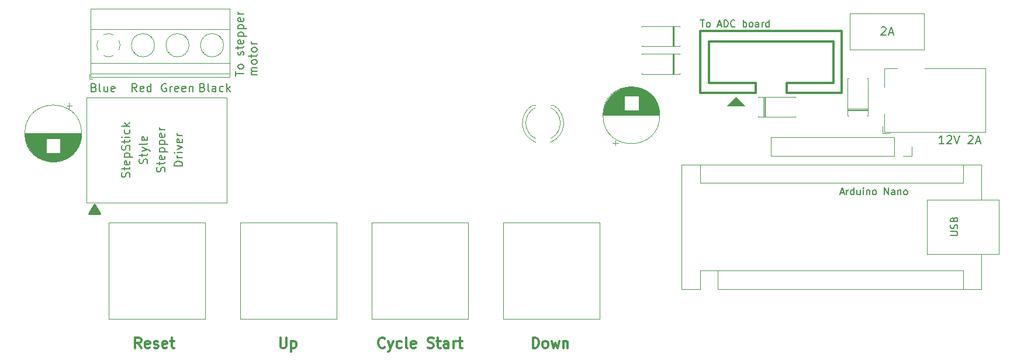
<source format=gbr>
%TF.GenerationSoftware,KiCad,Pcbnew,8.0.1*%
%TF.CreationDate,2024-04-17T23:09:10-04:00*%
%TF.ProjectId,Main-board-ArduinoNano,4d61696e-2d62-46f6-9172-642d41726475,rev?*%
%TF.SameCoordinates,Original*%
%TF.FileFunction,Legend,Top*%
%TF.FilePolarity,Positive*%
%FSLAX46Y46*%
G04 Gerber Fmt 4.6, Leading zero omitted, Abs format (unit mm)*
G04 Created by KiCad (PCBNEW 8.0.1) date 2024-04-17 23:09:10*
%MOMM*%
%LPD*%
G01*
G04 APERTURE LIST*
%ADD10C,0.300000*%
%ADD11C,0.200000*%
%ADD12C,0.150000*%
%ADD13C,0.120000*%
%ADD14C,0.100000*%
G04 APERTURE END LIST*
D10*
X11750000Y-29750000D02*
X10250000Y-29750000D01*
X11000000Y-28500000D01*
X11750000Y-29750000D01*
G36*
X11750000Y-29750000D02*
G01*
X10250000Y-29750000D01*
X11000000Y-28500000D01*
X11750000Y-29750000D01*
G37*
X53028572Y-49035471D02*
X52957144Y-49106900D01*
X52957144Y-49106900D02*
X52742858Y-49178328D01*
X52742858Y-49178328D02*
X52600001Y-49178328D01*
X52600001Y-49178328D02*
X52385715Y-49106900D01*
X52385715Y-49106900D02*
X52242858Y-48964042D01*
X52242858Y-48964042D02*
X52171429Y-48821185D01*
X52171429Y-48821185D02*
X52100001Y-48535471D01*
X52100001Y-48535471D02*
X52100001Y-48321185D01*
X52100001Y-48321185D02*
X52171429Y-48035471D01*
X52171429Y-48035471D02*
X52242858Y-47892614D01*
X52242858Y-47892614D02*
X52385715Y-47749757D01*
X52385715Y-47749757D02*
X52600001Y-47678328D01*
X52600001Y-47678328D02*
X52742858Y-47678328D01*
X52742858Y-47678328D02*
X52957144Y-47749757D01*
X52957144Y-47749757D02*
X53028572Y-47821185D01*
X53528572Y-48178328D02*
X53885715Y-49178328D01*
X54242858Y-48178328D02*
X53885715Y-49178328D01*
X53885715Y-49178328D02*
X53742858Y-49535471D01*
X53742858Y-49535471D02*
X53671429Y-49606900D01*
X53671429Y-49606900D02*
X53528572Y-49678328D01*
X55457144Y-49106900D02*
X55314286Y-49178328D01*
X55314286Y-49178328D02*
X55028572Y-49178328D01*
X55028572Y-49178328D02*
X54885715Y-49106900D01*
X54885715Y-49106900D02*
X54814286Y-49035471D01*
X54814286Y-49035471D02*
X54742858Y-48892614D01*
X54742858Y-48892614D02*
X54742858Y-48464042D01*
X54742858Y-48464042D02*
X54814286Y-48321185D01*
X54814286Y-48321185D02*
X54885715Y-48249757D01*
X54885715Y-48249757D02*
X55028572Y-48178328D01*
X55028572Y-48178328D02*
X55314286Y-48178328D01*
X55314286Y-48178328D02*
X55457144Y-48249757D01*
X56314286Y-49178328D02*
X56171429Y-49106900D01*
X56171429Y-49106900D02*
X56100000Y-48964042D01*
X56100000Y-48964042D02*
X56100000Y-47678328D01*
X57457143Y-49106900D02*
X57314286Y-49178328D01*
X57314286Y-49178328D02*
X57028572Y-49178328D01*
X57028572Y-49178328D02*
X56885714Y-49106900D01*
X56885714Y-49106900D02*
X56814286Y-48964042D01*
X56814286Y-48964042D02*
X56814286Y-48392614D01*
X56814286Y-48392614D02*
X56885714Y-48249757D01*
X56885714Y-48249757D02*
X57028572Y-48178328D01*
X57028572Y-48178328D02*
X57314286Y-48178328D01*
X57314286Y-48178328D02*
X57457143Y-48249757D01*
X57457143Y-48249757D02*
X57528572Y-48392614D01*
X57528572Y-48392614D02*
X57528572Y-48535471D01*
X57528572Y-48535471D02*
X56814286Y-48678328D01*
X59242857Y-49106900D02*
X59457143Y-49178328D01*
X59457143Y-49178328D02*
X59814285Y-49178328D01*
X59814285Y-49178328D02*
X59957143Y-49106900D01*
X59957143Y-49106900D02*
X60028571Y-49035471D01*
X60028571Y-49035471D02*
X60100000Y-48892614D01*
X60100000Y-48892614D02*
X60100000Y-48749757D01*
X60100000Y-48749757D02*
X60028571Y-48606900D01*
X60028571Y-48606900D02*
X59957143Y-48535471D01*
X59957143Y-48535471D02*
X59814285Y-48464042D01*
X59814285Y-48464042D02*
X59528571Y-48392614D01*
X59528571Y-48392614D02*
X59385714Y-48321185D01*
X59385714Y-48321185D02*
X59314285Y-48249757D01*
X59314285Y-48249757D02*
X59242857Y-48106900D01*
X59242857Y-48106900D02*
X59242857Y-47964042D01*
X59242857Y-47964042D02*
X59314285Y-47821185D01*
X59314285Y-47821185D02*
X59385714Y-47749757D01*
X59385714Y-47749757D02*
X59528571Y-47678328D01*
X59528571Y-47678328D02*
X59885714Y-47678328D01*
X59885714Y-47678328D02*
X60100000Y-47749757D01*
X60528571Y-48178328D02*
X61099999Y-48178328D01*
X60742856Y-47678328D02*
X60742856Y-48964042D01*
X60742856Y-48964042D02*
X60814285Y-49106900D01*
X60814285Y-49106900D02*
X60957142Y-49178328D01*
X60957142Y-49178328D02*
X61099999Y-49178328D01*
X62242857Y-49178328D02*
X62242857Y-48392614D01*
X62242857Y-48392614D02*
X62171428Y-48249757D01*
X62171428Y-48249757D02*
X62028571Y-48178328D01*
X62028571Y-48178328D02*
X61742857Y-48178328D01*
X61742857Y-48178328D02*
X61599999Y-48249757D01*
X62242857Y-49106900D02*
X62099999Y-49178328D01*
X62099999Y-49178328D02*
X61742857Y-49178328D01*
X61742857Y-49178328D02*
X61599999Y-49106900D01*
X61599999Y-49106900D02*
X61528571Y-48964042D01*
X61528571Y-48964042D02*
X61528571Y-48821185D01*
X61528571Y-48821185D02*
X61599999Y-48678328D01*
X61599999Y-48678328D02*
X61742857Y-48606900D01*
X61742857Y-48606900D02*
X62099999Y-48606900D01*
X62099999Y-48606900D02*
X62242857Y-48535471D01*
X62957142Y-49178328D02*
X62957142Y-48178328D01*
X62957142Y-48464042D02*
X63028571Y-48321185D01*
X63028571Y-48321185D02*
X63100000Y-48249757D01*
X63100000Y-48249757D02*
X63242857Y-48178328D01*
X63242857Y-48178328D02*
X63385714Y-48178328D01*
X63671428Y-48178328D02*
X64242856Y-48178328D01*
X63885713Y-47678328D02*
X63885713Y-48964042D01*
X63885713Y-48964042D02*
X63957142Y-49106900D01*
X63957142Y-49106900D02*
X64099999Y-49178328D01*
X64099999Y-49178328D02*
X64242856Y-49178328D01*
D11*
X17114286Y-12044742D02*
X16714286Y-11473314D01*
X16428572Y-12044742D02*
X16428572Y-10844742D01*
X16428572Y-10844742D02*
X16885715Y-10844742D01*
X16885715Y-10844742D02*
X17000000Y-10901885D01*
X17000000Y-10901885D02*
X17057143Y-10959028D01*
X17057143Y-10959028D02*
X17114286Y-11073314D01*
X17114286Y-11073314D02*
X17114286Y-11244742D01*
X17114286Y-11244742D02*
X17057143Y-11359028D01*
X17057143Y-11359028D02*
X17000000Y-11416171D01*
X17000000Y-11416171D02*
X16885715Y-11473314D01*
X16885715Y-11473314D02*
X16428572Y-11473314D01*
X18085715Y-11987600D02*
X17971429Y-12044742D01*
X17971429Y-12044742D02*
X17742858Y-12044742D01*
X17742858Y-12044742D02*
X17628572Y-11987600D01*
X17628572Y-11987600D02*
X17571429Y-11873314D01*
X17571429Y-11873314D02*
X17571429Y-11416171D01*
X17571429Y-11416171D02*
X17628572Y-11301885D01*
X17628572Y-11301885D02*
X17742858Y-11244742D01*
X17742858Y-11244742D02*
X17971429Y-11244742D01*
X17971429Y-11244742D02*
X18085715Y-11301885D01*
X18085715Y-11301885D02*
X18142858Y-11416171D01*
X18142858Y-11416171D02*
X18142858Y-11530457D01*
X18142858Y-11530457D02*
X17571429Y-11644742D01*
X19171429Y-12044742D02*
X19171429Y-10844742D01*
X19171429Y-11987600D02*
X19057143Y-12044742D01*
X19057143Y-12044742D02*
X18828571Y-12044742D01*
X18828571Y-12044742D02*
X18714286Y-11987600D01*
X18714286Y-11987600D02*
X18657143Y-11930457D01*
X18657143Y-11930457D02*
X18600000Y-11816171D01*
X18600000Y-11816171D02*
X18600000Y-11473314D01*
X18600000Y-11473314D02*
X18657143Y-11359028D01*
X18657143Y-11359028D02*
X18714286Y-11301885D01*
X18714286Y-11301885D02*
X18828571Y-11244742D01*
X18828571Y-11244742D02*
X19057143Y-11244742D01*
X19057143Y-11244742D02*
X19171429Y-11301885D01*
X134014286Y-19594742D02*
X133328572Y-19594742D01*
X133671429Y-19594742D02*
X133671429Y-18394742D01*
X133671429Y-18394742D02*
X133557143Y-18566171D01*
X133557143Y-18566171D02*
X133442858Y-18680457D01*
X133442858Y-18680457D02*
X133328572Y-18737600D01*
X134471429Y-18509028D02*
X134528572Y-18451885D01*
X134528572Y-18451885D02*
X134642858Y-18394742D01*
X134642858Y-18394742D02*
X134928572Y-18394742D01*
X134928572Y-18394742D02*
X135042858Y-18451885D01*
X135042858Y-18451885D02*
X135100000Y-18509028D01*
X135100000Y-18509028D02*
X135157143Y-18623314D01*
X135157143Y-18623314D02*
X135157143Y-18737600D01*
X135157143Y-18737600D02*
X135100000Y-18909028D01*
X135100000Y-18909028D02*
X134414286Y-19594742D01*
X134414286Y-19594742D02*
X135157143Y-19594742D01*
X135500000Y-18394742D02*
X135900000Y-19594742D01*
X135900000Y-19594742D02*
X136300000Y-18394742D01*
X137557143Y-18509028D02*
X137614286Y-18451885D01*
X137614286Y-18451885D02*
X137728572Y-18394742D01*
X137728572Y-18394742D02*
X138014286Y-18394742D01*
X138014286Y-18394742D02*
X138128572Y-18451885D01*
X138128572Y-18451885D02*
X138185714Y-18509028D01*
X138185714Y-18509028D02*
X138242857Y-18623314D01*
X138242857Y-18623314D02*
X138242857Y-18737600D01*
X138242857Y-18737600D02*
X138185714Y-18909028D01*
X138185714Y-18909028D02*
X137500000Y-19594742D01*
X137500000Y-19594742D02*
X138242857Y-19594742D01*
X138700000Y-19251885D02*
X139271429Y-19251885D01*
X138585714Y-19594742D02*
X138985714Y-18394742D01*
X138985714Y-18394742D02*
X139385714Y-19594742D01*
D10*
X37892856Y-47678328D02*
X37892856Y-48892614D01*
X37892856Y-48892614D02*
X37964285Y-49035471D01*
X37964285Y-49035471D02*
X38035714Y-49106900D01*
X38035714Y-49106900D02*
X38178571Y-49178328D01*
X38178571Y-49178328D02*
X38464285Y-49178328D01*
X38464285Y-49178328D02*
X38607142Y-49106900D01*
X38607142Y-49106900D02*
X38678571Y-49035471D01*
X38678571Y-49035471D02*
X38749999Y-48892614D01*
X38749999Y-48892614D02*
X38749999Y-47678328D01*
X39464285Y-48178328D02*
X39464285Y-49678328D01*
X39464285Y-48249757D02*
X39607143Y-48178328D01*
X39607143Y-48178328D02*
X39892857Y-48178328D01*
X39892857Y-48178328D02*
X40035714Y-48249757D01*
X40035714Y-48249757D02*
X40107143Y-48321185D01*
X40107143Y-48321185D02*
X40178571Y-48464042D01*
X40178571Y-48464042D02*
X40178571Y-48892614D01*
X40178571Y-48892614D02*
X40107143Y-49035471D01*
X40107143Y-49035471D02*
X40035714Y-49106900D01*
X40035714Y-49106900D02*
X39892857Y-49178328D01*
X39892857Y-49178328D02*
X39607143Y-49178328D01*
X39607143Y-49178328D02*
X39464285Y-49106900D01*
D11*
X98752380Y-1652219D02*
X99323808Y-1652219D01*
X99038094Y-2652219D02*
X99038094Y-1652219D01*
X99799999Y-2652219D02*
X99704761Y-2604600D01*
X99704761Y-2604600D02*
X99657142Y-2556980D01*
X99657142Y-2556980D02*
X99609523Y-2461742D01*
X99609523Y-2461742D02*
X99609523Y-2176028D01*
X99609523Y-2176028D02*
X99657142Y-2080790D01*
X99657142Y-2080790D02*
X99704761Y-2033171D01*
X99704761Y-2033171D02*
X99799999Y-1985552D01*
X99799999Y-1985552D02*
X99942856Y-1985552D01*
X99942856Y-1985552D02*
X100038094Y-2033171D01*
X100038094Y-2033171D02*
X100085713Y-2080790D01*
X100085713Y-2080790D02*
X100133332Y-2176028D01*
X100133332Y-2176028D02*
X100133332Y-2461742D01*
X100133332Y-2461742D02*
X100085713Y-2556980D01*
X100085713Y-2556980D02*
X100038094Y-2604600D01*
X100038094Y-2604600D02*
X99942856Y-2652219D01*
X99942856Y-2652219D02*
X99799999Y-2652219D01*
X101276190Y-2366504D02*
X101752380Y-2366504D01*
X101180952Y-2652219D02*
X101514285Y-1652219D01*
X101514285Y-1652219D02*
X101847618Y-2652219D01*
X102180952Y-2652219D02*
X102180952Y-1652219D01*
X102180952Y-1652219D02*
X102419047Y-1652219D01*
X102419047Y-1652219D02*
X102561904Y-1699838D01*
X102561904Y-1699838D02*
X102657142Y-1795076D01*
X102657142Y-1795076D02*
X102704761Y-1890314D01*
X102704761Y-1890314D02*
X102752380Y-2080790D01*
X102752380Y-2080790D02*
X102752380Y-2223647D01*
X102752380Y-2223647D02*
X102704761Y-2414123D01*
X102704761Y-2414123D02*
X102657142Y-2509361D01*
X102657142Y-2509361D02*
X102561904Y-2604600D01*
X102561904Y-2604600D02*
X102419047Y-2652219D01*
X102419047Y-2652219D02*
X102180952Y-2652219D01*
X103752380Y-2556980D02*
X103704761Y-2604600D01*
X103704761Y-2604600D02*
X103561904Y-2652219D01*
X103561904Y-2652219D02*
X103466666Y-2652219D01*
X103466666Y-2652219D02*
X103323809Y-2604600D01*
X103323809Y-2604600D02*
X103228571Y-2509361D01*
X103228571Y-2509361D02*
X103180952Y-2414123D01*
X103180952Y-2414123D02*
X103133333Y-2223647D01*
X103133333Y-2223647D02*
X103133333Y-2080790D01*
X103133333Y-2080790D02*
X103180952Y-1890314D01*
X103180952Y-1890314D02*
X103228571Y-1795076D01*
X103228571Y-1795076D02*
X103323809Y-1699838D01*
X103323809Y-1699838D02*
X103466666Y-1652219D01*
X103466666Y-1652219D02*
X103561904Y-1652219D01*
X103561904Y-1652219D02*
X103704761Y-1699838D01*
X103704761Y-1699838D02*
X103752380Y-1747457D01*
X104942857Y-2652219D02*
X104942857Y-1652219D01*
X104942857Y-2033171D02*
X105038095Y-1985552D01*
X105038095Y-1985552D02*
X105228571Y-1985552D01*
X105228571Y-1985552D02*
X105323809Y-2033171D01*
X105323809Y-2033171D02*
X105371428Y-2080790D01*
X105371428Y-2080790D02*
X105419047Y-2176028D01*
X105419047Y-2176028D02*
X105419047Y-2461742D01*
X105419047Y-2461742D02*
X105371428Y-2556980D01*
X105371428Y-2556980D02*
X105323809Y-2604600D01*
X105323809Y-2604600D02*
X105228571Y-2652219D01*
X105228571Y-2652219D02*
X105038095Y-2652219D01*
X105038095Y-2652219D02*
X104942857Y-2604600D01*
X105990476Y-2652219D02*
X105895238Y-2604600D01*
X105895238Y-2604600D02*
X105847619Y-2556980D01*
X105847619Y-2556980D02*
X105800000Y-2461742D01*
X105800000Y-2461742D02*
X105800000Y-2176028D01*
X105800000Y-2176028D02*
X105847619Y-2080790D01*
X105847619Y-2080790D02*
X105895238Y-2033171D01*
X105895238Y-2033171D02*
X105990476Y-1985552D01*
X105990476Y-1985552D02*
X106133333Y-1985552D01*
X106133333Y-1985552D02*
X106228571Y-2033171D01*
X106228571Y-2033171D02*
X106276190Y-2080790D01*
X106276190Y-2080790D02*
X106323809Y-2176028D01*
X106323809Y-2176028D02*
X106323809Y-2461742D01*
X106323809Y-2461742D02*
X106276190Y-2556980D01*
X106276190Y-2556980D02*
X106228571Y-2604600D01*
X106228571Y-2604600D02*
X106133333Y-2652219D01*
X106133333Y-2652219D02*
X105990476Y-2652219D01*
X107180952Y-2652219D02*
X107180952Y-2128409D01*
X107180952Y-2128409D02*
X107133333Y-2033171D01*
X107133333Y-2033171D02*
X107038095Y-1985552D01*
X107038095Y-1985552D02*
X106847619Y-1985552D01*
X106847619Y-1985552D02*
X106752381Y-2033171D01*
X107180952Y-2604600D02*
X107085714Y-2652219D01*
X107085714Y-2652219D02*
X106847619Y-2652219D01*
X106847619Y-2652219D02*
X106752381Y-2604600D01*
X106752381Y-2604600D02*
X106704762Y-2509361D01*
X106704762Y-2509361D02*
X106704762Y-2414123D01*
X106704762Y-2414123D02*
X106752381Y-2318885D01*
X106752381Y-2318885D02*
X106847619Y-2271266D01*
X106847619Y-2271266D02*
X107085714Y-2271266D01*
X107085714Y-2271266D02*
X107180952Y-2223647D01*
X107657143Y-2652219D02*
X107657143Y-1985552D01*
X107657143Y-2176028D02*
X107704762Y-2080790D01*
X107704762Y-2080790D02*
X107752381Y-2033171D01*
X107752381Y-2033171D02*
X107847619Y-1985552D01*
X107847619Y-1985552D02*
X107942857Y-1985552D01*
X108704762Y-2652219D02*
X108704762Y-1652219D01*
X108704762Y-2604600D02*
X108609524Y-2652219D01*
X108609524Y-2652219D02*
X108419048Y-2652219D01*
X108419048Y-2652219D02*
X108323810Y-2604600D01*
X108323810Y-2604600D02*
X108276191Y-2556980D01*
X108276191Y-2556980D02*
X108228572Y-2461742D01*
X108228572Y-2461742D02*
X108228572Y-2176028D01*
X108228572Y-2176028D02*
X108276191Y-2080790D01*
X108276191Y-2080790D02*
X108323810Y-2033171D01*
X108323810Y-2033171D02*
X108419048Y-1985552D01*
X108419048Y-1985552D02*
X108609524Y-1985552D01*
X108609524Y-1985552D02*
X108704762Y-2033171D01*
D10*
X17742857Y-49178328D02*
X17242857Y-48464042D01*
X16885714Y-49178328D02*
X16885714Y-47678328D01*
X16885714Y-47678328D02*
X17457143Y-47678328D01*
X17457143Y-47678328D02*
X17600000Y-47749757D01*
X17600000Y-47749757D02*
X17671429Y-47821185D01*
X17671429Y-47821185D02*
X17742857Y-47964042D01*
X17742857Y-47964042D02*
X17742857Y-48178328D01*
X17742857Y-48178328D02*
X17671429Y-48321185D01*
X17671429Y-48321185D02*
X17600000Y-48392614D01*
X17600000Y-48392614D02*
X17457143Y-48464042D01*
X17457143Y-48464042D02*
X16885714Y-48464042D01*
X18957143Y-49106900D02*
X18814286Y-49178328D01*
X18814286Y-49178328D02*
X18528572Y-49178328D01*
X18528572Y-49178328D02*
X18385714Y-49106900D01*
X18385714Y-49106900D02*
X18314286Y-48964042D01*
X18314286Y-48964042D02*
X18314286Y-48392614D01*
X18314286Y-48392614D02*
X18385714Y-48249757D01*
X18385714Y-48249757D02*
X18528572Y-48178328D01*
X18528572Y-48178328D02*
X18814286Y-48178328D01*
X18814286Y-48178328D02*
X18957143Y-48249757D01*
X18957143Y-48249757D02*
X19028572Y-48392614D01*
X19028572Y-48392614D02*
X19028572Y-48535471D01*
X19028572Y-48535471D02*
X18314286Y-48678328D01*
X19600000Y-49106900D02*
X19742857Y-49178328D01*
X19742857Y-49178328D02*
X20028571Y-49178328D01*
X20028571Y-49178328D02*
X20171428Y-49106900D01*
X20171428Y-49106900D02*
X20242857Y-48964042D01*
X20242857Y-48964042D02*
X20242857Y-48892614D01*
X20242857Y-48892614D02*
X20171428Y-48749757D01*
X20171428Y-48749757D02*
X20028571Y-48678328D01*
X20028571Y-48678328D02*
X19814286Y-48678328D01*
X19814286Y-48678328D02*
X19671428Y-48606900D01*
X19671428Y-48606900D02*
X19600000Y-48464042D01*
X19600000Y-48464042D02*
X19600000Y-48392614D01*
X19600000Y-48392614D02*
X19671428Y-48249757D01*
X19671428Y-48249757D02*
X19814286Y-48178328D01*
X19814286Y-48178328D02*
X20028571Y-48178328D01*
X20028571Y-48178328D02*
X20171428Y-48249757D01*
X21457143Y-49106900D02*
X21314286Y-49178328D01*
X21314286Y-49178328D02*
X21028572Y-49178328D01*
X21028572Y-49178328D02*
X20885714Y-49106900D01*
X20885714Y-49106900D02*
X20814286Y-48964042D01*
X20814286Y-48964042D02*
X20814286Y-48392614D01*
X20814286Y-48392614D02*
X20885714Y-48249757D01*
X20885714Y-48249757D02*
X21028572Y-48178328D01*
X21028572Y-48178328D02*
X21314286Y-48178328D01*
X21314286Y-48178328D02*
X21457143Y-48249757D01*
X21457143Y-48249757D02*
X21528572Y-48392614D01*
X21528572Y-48392614D02*
X21528572Y-48535471D01*
X21528572Y-48535471D02*
X20814286Y-48678328D01*
X21957143Y-48178328D02*
X22528571Y-48178328D01*
X22171428Y-47678328D02*
X22171428Y-48964042D01*
X22171428Y-48964042D02*
X22242857Y-49106900D01*
X22242857Y-49106900D02*
X22385714Y-49178328D01*
X22385714Y-49178328D02*
X22528571Y-49178328D01*
D11*
X119022054Y-26681504D02*
X119498244Y-26681504D01*
X118926816Y-26967219D02*
X119260149Y-25967219D01*
X119260149Y-25967219D02*
X119593482Y-26967219D01*
X119926816Y-26967219D02*
X119926816Y-26300552D01*
X119926816Y-26491028D02*
X119974435Y-26395790D01*
X119974435Y-26395790D02*
X120022054Y-26348171D01*
X120022054Y-26348171D02*
X120117292Y-26300552D01*
X120117292Y-26300552D02*
X120212530Y-26300552D01*
X120974435Y-26967219D02*
X120974435Y-25967219D01*
X120974435Y-26919600D02*
X120879197Y-26967219D01*
X120879197Y-26967219D02*
X120688721Y-26967219D01*
X120688721Y-26967219D02*
X120593483Y-26919600D01*
X120593483Y-26919600D02*
X120545864Y-26871980D01*
X120545864Y-26871980D02*
X120498245Y-26776742D01*
X120498245Y-26776742D02*
X120498245Y-26491028D01*
X120498245Y-26491028D02*
X120545864Y-26395790D01*
X120545864Y-26395790D02*
X120593483Y-26348171D01*
X120593483Y-26348171D02*
X120688721Y-26300552D01*
X120688721Y-26300552D02*
X120879197Y-26300552D01*
X120879197Y-26300552D02*
X120974435Y-26348171D01*
X121879197Y-26300552D02*
X121879197Y-26967219D01*
X121450626Y-26300552D02*
X121450626Y-26824361D01*
X121450626Y-26824361D02*
X121498245Y-26919600D01*
X121498245Y-26919600D02*
X121593483Y-26967219D01*
X121593483Y-26967219D02*
X121736340Y-26967219D01*
X121736340Y-26967219D02*
X121831578Y-26919600D01*
X121831578Y-26919600D02*
X121879197Y-26871980D01*
X122355388Y-26967219D02*
X122355388Y-26300552D01*
X122355388Y-25967219D02*
X122307769Y-26014838D01*
X122307769Y-26014838D02*
X122355388Y-26062457D01*
X122355388Y-26062457D02*
X122403007Y-26014838D01*
X122403007Y-26014838D02*
X122355388Y-25967219D01*
X122355388Y-25967219D02*
X122355388Y-26062457D01*
X122831578Y-26300552D02*
X122831578Y-26967219D01*
X122831578Y-26395790D02*
X122879197Y-26348171D01*
X122879197Y-26348171D02*
X122974435Y-26300552D01*
X122974435Y-26300552D02*
X123117292Y-26300552D01*
X123117292Y-26300552D02*
X123212530Y-26348171D01*
X123212530Y-26348171D02*
X123260149Y-26443409D01*
X123260149Y-26443409D02*
X123260149Y-26967219D01*
X123879197Y-26967219D02*
X123783959Y-26919600D01*
X123783959Y-26919600D02*
X123736340Y-26871980D01*
X123736340Y-26871980D02*
X123688721Y-26776742D01*
X123688721Y-26776742D02*
X123688721Y-26491028D01*
X123688721Y-26491028D02*
X123736340Y-26395790D01*
X123736340Y-26395790D02*
X123783959Y-26348171D01*
X123783959Y-26348171D02*
X123879197Y-26300552D01*
X123879197Y-26300552D02*
X124022054Y-26300552D01*
X124022054Y-26300552D02*
X124117292Y-26348171D01*
X124117292Y-26348171D02*
X124164911Y-26395790D01*
X124164911Y-26395790D02*
X124212530Y-26491028D01*
X124212530Y-26491028D02*
X124212530Y-26776742D01*
X124212530Y-26776742D02*
X124164911Y-26871980D01*
X124164911Y-26871980D02*
X124117292Y-26919600D01*
X124117292Y-26919600D02*
X124022054Y-26967219D01*
X124022054Y-26967219D02*
X123879197Y-26967219D01*
X125403007Y-26967219D02*
X125403007Y-25967219D01*
X125403007Y-25967219D02*
X125974435Y-26967219D01*
X125974435Y-26967219D02*
X125974435Y-25967219D01*
X126879197Y-26967219D02*
X126879197Y-26443409D01*
X126879197Y-26443409D02*
X126831578Y-26348171D01*
X126831578Y-26348171D02*
X126736340Y-26300552D01*
X126736340Y-26300552D02*
X126545864Y-26300552D01*
X126545864Y-26300552D02*
X126450626Y-26348171D01*
X126879197Y-26919600D02*
X126783959Y-26967219D01*
X126783959Y-26967219D02*
X126545864Y-26967219D01*
X126545864Y-26967219D02*
X126450626Y-26919600D01*
X126450626Y-26919600D02*
X126403007Y-26824361D01*
X126403007Y-26824361D02*
X126403007Y-26729123D01*
X126403007Y-26729123D02*
X126450626Y-26633885D01*
X126450626Y-26633885D02*
X126545864Y-26586266D01*
X126545864Y-26586266D02*
X126783959Y-26586266D01*
X126783959Y-26586266D02*
X126879197Y-26538647D01*
X127355388Y-26300552D02*
X127355388Y-26967219D01*
X127355388Y-26395790D02*
X127403007Y-26348171D01*
X127403007Y-26348171D02*
X127498245Y-26300552D01*
X127498245Y-26300552D02*
X127641102Y-26300552D01*
X127641102Y-26300552D02*
X127736340Y-26348171D01*
X127736340Y-26348171D02*
X127783959Y-26443409D01*
X127783959Y-26443409D02*
X127783959Y-26967219D01*
X128403007Y-26967219D02*
X128307769Y-26919600D01*
X128307769Y-26919600D02*
X128260150Y-26871980D01*
X128260150Y-26871980D02*
X128212531Y-26776742D01*
X128212531Y-26776742D02*
X128212531Y-26491028D01*
X128212531Y-26491028D02*
X128260150Y-26395790D01*
X128260150Y-26395790D02*
X128307769Y-26348171D01*
X128307769Y-26348171D02*
X128403007Y-26300552D01*
X128403007Y-26300552D02*
X128545864Y-26300552D01*
X128545864Y-26300552D02*
X128641102Y-26348171D01*
X128641102Y-26348171D02*
X128688721Y-26395790D01*
X128688721Y-26395790D02*
X128736340Y-26491028D01*
X128736340Y-26491028D02*
X128736340Y-26776742D01*
X128736340Y-26776742D02*
X128688721Y-26871980D01*
X128688721Y-26871980D02*
X128641102Y-26919600D01*
X128641102Y-26919600D02*
X128545864Y-26967219D01*
X128545864Y-26967219D02*
X128403007Y-26967219D01*
D10*
X74464285Y-49178328D02*
X74464285Y-47678328D01*
X74464285Y-47678328D02*
X74821428Y-47678328D01*
X74821428Y-47678328D02*
X75035714Y-47749757D01*
X75035714Y-47749757D02*
X75178571Y-47892614D01*
X75178571Y-47892614D02*
X75250000Y-48035471D01*
X75250000Y-48035471D02*
X75321428Y-48321185D01*
X75321428Y-48321185D02*
X75321428Y-48535471D01*
X75321428Y-48535471D02*
X75250000Y-48821185D01*
X75250000Y-48821185D02*
X75178571Y-48964042D01*
X75178571Y-48964042D02*
X75035714Y-49106900D01*
X75035714Y-49106900D02*
X74821428Y-49178328D01*
X74821428Y-49178328D02*
X74464285Y-49178328D01*
X76178571Y-49178328D02*
X76035714Y-49106900D01*
X76035714Y-49106900D02*
X75964285Y-49035471D01*
X75964285Y-49035471D02*
X75892857Y-48892614D01*
X75892857Y-48892614D02*
X75892857Y-48464042D01*
X75892857Y-48464042D02*
X75964285Y-48321185D01*
X75964285Y-48321185D02*
X76035714Y-48249757D01*
X76035714Y-48249757D02*
X76178571Y-48178328D01*
X76178571Y-48178328D02*
X76392857Y-48178328D01*
X76392857Y-48178328D02*
X76535714Y-48249757D01*
X76535714Y-48249757D02*
X76607143Y-48321185D01*
X76607143Y-48321185D02*
X76678571Y-48464042D01*
X76678571Y-48464042D02*
X76678571Y-48892614D01*
X76678571Y-48892614D02*
X76607143Y-49035471D01*
X76607143Y-49035471D02*
X76535714Y-49106900D01*
X76535714Y-49106900D02*
X76392857Y-49178328D01*
X76392857Y-49178328D02*
X76178571Y-49178328D01*
X77178571Y-48178328D02*
X77464286Y-49178328D01*
X77464286Y-49178328D02*
X77750000Y-48464042D01*
X77750000Y-48464042D02*
X78035714Y-49178328D01*
X78035714Y-49178328D02*
X78321428Y-48178328D01*
X78892857Y-48178328D02*
X78892857Y-49178328D01*
X78892857Y-48321185D02*
X78964286Y-48249757D01*
X78964286Y-48249757D02*
X79107143Y-48178328D01*
X79107143Y-48178328D02*
X79321429Y-48178328D01*
X79321429Y-48178328D02*
X79464286Y-48249757D01*
X79464286Y-48249757D02*
X79535715Y-48392614D01*
X79535715Y-48392614D02*
X79535715Y-49178328D01*
D11*
X26628572Y-11416171D02*
X26800000Y-11473314D01*
X26800000Y-11473314D02*
X26857143Y-11530457D01*
X26857143Y-11530457D02*
X26914286Y-11644742D01*
X26914286Y-11644742D02*
X26914286Y-11816171D01*
X26914286Y-11816171D02*
X26857143Y-11930457D01*
X26857143Y-11930457D02*
X26800000Y-11987600D01*
X26800000Y-11987600D02*
X26685715Y-12044742D01*
X26685715Y-12044742D02*
X26228572Y-12044742D01*
X26228572Y-12044742D02*
X26228572Y-10844742D01*
X26228572Y-10844742D02*
X26628572Y-10844742D01*
X26628572Y-10844742D02*
X26742858Y-10901885D01*
X26742858Y-10901885D02*
X26800000Y-10959028D01*
X26800000Y-10959028D02*
X26857143Y-11073314D01*
X26857143Y-11073314D02*
X26857143Y-11187600D01*
X26857143Y-11187600D02*
X26800000Y-11301885D01*
X26800000Y-11301885D02*
X26742858Y-11359028D01*
X26742858Y-11359028D02*
X26628572Y-11416171D01*
X26628572Y-11416171D02*
X26228572Y-11416171D01*
X27600000Y-12044742D02*
X27485715Y-11987600D01*
X27485715Y-11987600D02*
X27428572Y-11873314D01*
X27428572Y-11873314D02*
X27428572Y-10844742D01*
X28571429Y-12044742D02*
X28571429Y-11416171D01*
X28571429Y-11416171D02*
X28514286Y-11301885D01*
X28514286Y-11301885D02*
X28400000Y-11244742D01*
X28400000Y-11244742D02*
X28171429Y-11244742D01*
X28171429Y-11244742D02*
X28057143Y-11301885D01*
X28571429Y-11987600D02*
X28457143Y-12044742D01*
X28457143Y-12044742D02*
X28171429Y-12044742D01*
X28171429Y-12044742D02*
X28057143Y-11987600D01*
X28057143Y-11987600D02*
X28000000Y-11873314D01*
X28000000Y-11873314D02*
X28000000Y-11759028D01*
X28000000Y-11759028D02*
X28057143Y-11644742D01*
X28057143Y-11644742D02*
X28171429Y-11587600D01*
X28171429Y-11587600D02*
X28457143Y-11587600D01*
X28457143Y-11587600D02*
X28571429Y-11530457D01*
X29657143Y-11987600D02*
X29542857Y-12044742D01*
X29542857Y-12044742D02*
X29314285Y-12044742D01*
X29314285Y-12044742D02*
X29200000Y-11987600D01*
X29200000Y-11987600D02*
X29142857Y-11930457D01*
X29142857Y-11930457D02*
X29085714Y-11816171D01*
X29085714Y-11816171D02*
X29085714Y-11473314D01*
X29085714Y-11473314D02*
X29142857Y-11359028D01*
X29142857Y-11359028D02*
X29200000Y-11301885D01*
X29200000Y-11301885D02*
X29314285Y-11244742D01*
X29314285Y-11244742D02*
X29542857Y-11244742D01*
X29542857Y-11244742D02*
X29657143Y-11301885D01*
X30171428Y-12044742D02*
X30171428Y-10844742D01*
X30285714Y-11587600D02*
X30628571Y-12044742D01*
X30628571Y-11244742D02*
X30171428Y-11701885D01*
X10914286Y-11416171D02*
X11085714Y-11473314D01*
X11085714Y-11473314D02*
X11142857Y-11530457D01*
X11142857Y-11530457D02*
X11200000Y-11644742D01*
X11200000Y-11644742D02*
X11200000Y-11816171D01*
X11200000Y-11816171D02*
X11142857Y-11930457D01*
X11142857Y-11930457D02*
X11085714Y-11987600D01*
X11085714Y-11987600D02*
X10971429Y-12044742D01*
X10971429Y-12044742D02*
X10514286Y-12044742D01*
X10514286Y-12044742D02*
X10514286Y-10844742D01*
X10514286Y-10844742D02*
X10914286Y-10844742D01*
X10914286Y-10844742D02*
X11028572Y-10901885D01*
X11028572Y-10901885D02*
X11085714Y-10959028D01*
X11085714Y-10959028D02*
X11142857Y-11073314D01*
X11142857Y-11073314D02*
X11142857Y-11187600D01*
X11142857Y-11187600D02*
X11085714Y-11301885D01*
X11085714Y-11301885D02*
X11028572Y-11359028D01*
X11028572Y-11359028D02*
X10914286Y-11416171D01*
X10914286Y-11416171D02*
X10514286Y-11416171D01*
X11885714Y-12044742D02*
X11771429Y-11987600D01*
X11771429Y-11987600D02*
X11714286Y-11873314D01*
X11714286Y-11873314D02*
X11714286Y-10844742D01*
X12857143Y-11244742D02*
X12857143Y-12044742D01*
X12342857Y-11244742D02*
X12342857Y-11873314D01*
X12342857Y-11873314D02*
X12400000Y-11987600D01*
X12400000Y-11987600D02*
X12514285Y-12044742D01*
X12514285Y-12044742D02*
X12685714Y-12044742D01*
X12685714Y-12044742D02*
X12800000Y-11987600D01*
X12800000Y-11987600D02*
X12857143Y-11930457D01*
X13885714Y-11987600D02*
X13771428Y-12044742D01*
X13771428Y-12044742D02*
X13542857Y-12044742D01*
X13542857Y-12044742D02*
X13428571Y-11987600D01*
X13428571Y-11987600D02*
X13371428Y-11873314D01*
X13371428Y-11873314D02*
X13371428Y-11416171D01*
X13371428Y-11416171D02*
X13428571Y-11301885D01*
X13428571Y-11301885D02*
X13542857Y-11244742D01*
X13542857Y-11244742D02*
X13771428Y-11244742D01*
X13771428Y-11244742D02*
X13885714Y-11301885D01*
X13885714Y-11301885D02*
X13942857Y-11416171D01*
X13942857Y-11416171D02*
X13942857Y-11530457D01*
X13942857Y-11530457D02*
X13371428Y-11644742D01*
X31378776Y-9754136D02*
X31378776Y-9068422D01*
X32578776Y-9411279D02*
X31378776Y-9411279D01*
X32578776Y-8496993D02*
X32521634Y-8611278D01*
X32521634Y-8611278D02*
X32464491Y-8668421D01*
X32464491Y-8668421D02*
X32350205Y-8725564D01*
X32350205Y-8725564D02*
X32007348Y-8725564D01*
X32007348Y-8725564D02*
X31893062Y-8668421D01*
X31893062Y-8668421D02*
X31835919Y-8611278D01*
X31835919Y-8611278D02*
X31778776Y-8496993D01*
X31778776Y-8496993D02*
X31778776Y-8325564D01*
X31778776Y-8325564D02*
X31835919Y-8211278D01*
X31835919Y-8211278D02*
X31893062Y-8154136D01*
X31893062Y-8154136D02*
X32007348Y-8096993D01*
X32007348Y-8096993D02*
X32350205Y-8096993D01*
X32350205Y-8096993D02*
X32464491Y-8154136D01*
X32464491Y-8154136D02*
X32521634Y-8211278D01*
X32521634Y-8211278D02*
X32578776Y-8325564D01*
X32578776Y-8325564D02*
X32578776Y-8496993D01*
X32521634Y-6725564D02*
X32578776Y-6611278D01*
X32578776Y-6611278D02*
X32578776Y-6382707D01*
X32578776Y-6382707D02*
X32521634Y-6268421D01*
X32521634Y-6268421D02*
X32407348Y-6211278D01*
X32407348Y-6211278D02*
X32350205Y-6211278D01*
X32350205Y-6211278D02*
X32235919Y-6268421D01*
X32235919Y-6268421D02*
X32178776Y-6382707D01*
X32178776Y-6382707D02*
X32178776Y-6554136D01*
X32178776Y-6554136D02*
X32121634Y-6668421D01*
X32121634Y-6668421D02*
X32007348Y-6725564D01*
X32007348Y-6725564D02*
X31950205Y-6725564D01*
X31950205Y-6725564D02*
X31835919Y-6668421D01*
X31835919Y-6668421D02*
X31778776Y-6554136D01*
X31778776Y-6554136D02*
X31778776Y-6382707D01*
X31778776Y-6382707D02*
X31835919Y-6268421D01*
X31778776Y-5868421D02*
X31778776Y-5411278D01*
X31378776Y-5696992D02*
X32407348Y-5696992D01*
X32407348Y-5696992D02*
X32521634Y-5639849D01*
X32521634Y-5639849D02*
X32578776Y-5525564D01*
X32578776Y-5525564D02*
X32578776Y-5411278D01*
X32521634Y-4554135D02*
X32578776Y-4668421D01*
X32578776Y-4668421D02*
X32578776Y-4896993D01*
X32578776Y-4896993D02*
X32521634Y-5011278D01*
X32521634Y-5011278D02*
X32407348Y-5068421D01*
X32407348Y-5068421D02*
X31950205Y-5068421D01*
X31950205Y-5068421D02*
X31835919Y-5011278D01*
X31835919Y-5011278D02*
X31778776Y-4896993D01*
X31778776Y-4896993D02*
X31778776Y-4668421D01*
X31778776Y-4668421D02*
X31835919Y-4554135D01*
X31835919Y-4554135D02*
X31950205Y-4496993D01*
X31950205Y-4496993D02*
X32064491Y-4496993D01*
X32064491Y-4496993D02*
X32178776Y-5068421D01*
X31778776Y-3982707D02*
X32978776Y-3982707D01*
X31835919Y-3982707D02*
X31778776Y-3868422D01*
X31778776Y-3868422D02*
X31778776Y-3639850D01*
X31778776Y-3639850D02*
X31835919Y-3525564D01*
X31835919Y-3525564D02*
X31893062Y-3468422D01*
X31893062Y-3468422D02*
X32007348Y-3411279D01*
X32007348Y-3411279D02*
X32350205Y-3411279D01*
X32350205Y-3411279D02*
X32464491Y-3468422D01*
X32464491Y-3468422D02*
X32521634Y-3525564D01*
X32521634Y-3525564D02*
X32578776Y-3639850D01*
X32578776Y-3639850D02*
X32578776Y-3868422D01*
X32578776Y-3868422D02*
X32521634Y-3982707D01*
X31778776Y-2896993D02*
X32978776Y-2896993D01*
X31835919Y-2896993D02*
X31778776Y-2782708D01*
X31778776Y-2782708D02*
X31778776Y-2554136D01*
X31778776Y-2554136D02*
X31835919Y-2439850D01*
X31835919Y-2439850D02*
X31893062Y-2382708D01*
X31893062Y-2382708D02*
X32007348Y-2325565D01*
X32007348Y-2325565D02*
X32350205Y-2325565D01*
X32350205Y-2325565D02*
X32464491Y-2382708D01*
X32464491Y-2382708D02*
X32521634Y-2439850D01*
X32521634Y-2439850D02*
X32578776Y-2554136D01*
X32578776Y-2554136D02*
X32578776Y-2782708D01*
X32578776Y-2782708D02*
X32521634Y-2896993D01*
X32521634Y-1354136D02*
X32578776Y-1468422D01*
X32578776Y-1468422D02*
X32578776Y-1696994D01*
X32578776Y-1696994D02*
X32521634Y-1811279D01*
X32521634Y-1811279D02*
X32407348Y-1868422D01*
X32407348Y-1868422D02*
X31950205Y-1868422D01*
X31950205Y-1868422D02*
X31835919Y-1811279D01*
X31835919Y-1811279D02*
X31778776Y-1696994D01*
X31778776Y-1696994D02*
X31778776Y-1468422D01*
X31778776Y-1468422D02*
X31835919Y-1354136D01*
X31835919Y-1354136D02*
X31950205Y-1296994D01*
X31950205Y-1296994D02*
X32064491Y-1296994D01*
X32064491Y-1296994D02*
X32178776Y-1868422D01*
X32578776Y-782708D02*
X31778776Y-782708D01*
X32007348Y-782708D02*
X31893062Y-725565D01*
X31893062Y-725565D02*
X31835919Y-668423D01*
X31835919Y-668423D02*
X31778776Y-554137D01*
X31778776Y-554137D02*
X31778776Y-439851D01*
X34510709Y-9582707D02*
X33710709Y-9582707D01*
X33824995Y-9582707D02*
X33767852Y-9525564D01*
X33767852Y-9525564D02*
X33710709Y-9411279D01*
X33710709Y-9411279D02*
X33710709Y-9239850D01*
X33710709Y-9239850D02*
X33767852Y-9125564D01*
X33767852Y-9125564D02*
X33882138Y-9068422D01*
X33882138Y-9068422D02*
X34510709Y-9068422D01*
X33882138Y-9068422D02*
X33767852Y-9011279D01*
X33767852Y-9011279D02*
X33710709Y-8896993D01*
X33710709Y-8896993D02*
X33710709Y-8725564D01*
X33710709Y-8725564D02*
X33767852Y-8611279D01*
X33767852Y-8611279D02*
X33882138Y-8554136D01*
X33882138Y-8554136D02*
X34510709Y-8554136D01*
X34510709Y-7811279D02*
X34453567Y-7925564D01*
X34453567Y-7925564D02*
X34396424Y-7982707D01*
X34396424Y-7982707D02*
X34282138Y-8039850D01*
X34282138Y-8039850D02*
X33939281Y-8039850D01*
X33939281Y-8039850D02*
X33824995Y-7982707D01*
X33824995Y-7982707D02*
X33767852Y-7925564D01*
X33767852Y-7925564D02*
X33710709Y-7811279D01*
X33710709Y-7811279D02*
X33710709Y-7639850D01*
X33710709Y-7639850D02*
X33767852Y-7525564D01*
X33767852Y-7525564D02*
X33824995Y-7468422D01*
X33824995Y-7468422D02*
X33939281Y-7411279D01*
X33939281Y-7411279D02*
X34282138Y-7411279D01*
X34282138Y-7411279D02*
X34396424Y-7468422D01*
X34396424Y-7468422D02*
X34453567Y-7525564D01*
X34453567Y-7525564D02*
X34510709Y-7639850D01*
X34510709Y-7639850D02*
X34510709Y-7811279D01*
X33710709Y-7068422D02*
X33710709Y-6611279D01*
X33310709Y-6896993D02*
X34339281Y-6896993D01*
X34339281Y-6896993D02*
X34453567Y-6839850D01*
X34453567Y-6839850D02*
X34510709Y-6725565D01*
X34510709Y-6725565D02*
X34510709Y-6611279D01*
X34510709Y-6039851D02*
X34453567Y-6154136D01*
X34453567Y-6154136D02*
X34396424Y-6211279D01*
X34396424Y-6211279D02*
X34282138Y-6268422D01*
X34282138Y-6268422D02*
X33939281Y-6268422D01*
X33939281Y-6268422D02*
X33824995Y-6211279D01*
X33824995Y-6211279D02*
X33767852Y-6154136D01*
X33767852Y-6154136D02*
X33710709Y-6039851D01*
X33710709Y-6039851D02*
X33710709Y-5868422D01*
X33710709Y-5868422D02*
X33767852Y-5754136D01*
X33767852Y-5754136D02*
X33824995Y-5696994D01*
X33824995Y-5696994D02*
X33939281Y-5639851D01*
X33939281Y-5639851D02*
X34282138Y-5639851D01*
X34282138Y-5639851D02*
X34396424Y-5696994D01*
X34396424Y-5696994D02*
X34453567Y-5754136D01*
X34453567Y-5754136D02*
X34510709Y-5868422D01*
X34510709Y-5868422D02*
X34510709Y-6039851D01*
X34510709Y-5125565D02*
X33710709Y-5125565D01*
X33939281Y-5125565D02*
X33824995Y-5068422D01*
X33824995Y-5068422D02*
X33767852Y-5011280D01*
X33767852Y-5011280D02*
X33710709Y-4896994D01*
X33710709Y-4896994D02*
X33710709Y-4782708D01*
X124942857Y-2759028D02*
X125000000Y-2701885D01*
X125000000Y-2701885D02*
X125114286Y-2644742D01*
X125114286Y-2644742D02*
X125400000Y-2644742D01*
X125400000Y-2644742D02*
X125514286Y-2701885D01*
X125514286Y-2701885D02*
X125571428Y-2759028D01*
X125571428Y-2759028D02*
X125628571Y-2873314D01*
X125628571Y-2873314D02*
X125628571Y-2987600D01*
X125628571Y-2987600D02*
X125571428Y-3159028D01*
X125571428Y-3159028D02*
X124885714Y-3844742D01*
X124885714Y-3844742D02*
X125628571Y-3844742D01*
X126085714Y-3501885D02*
X126657143Y-3501885D01*
X125971428Y-3844742D02*
X126371428Y-2644742D01*
X126371428Y-2644742D02*
X126771428Y-3844742D01*
X21371429Y-10901885D02*
X21257144Y-10844742D01*
X21257144Y-10844742D02*
X21085715Y-10844742D01*
X21085715Y-10844742D02*
X20914286Y-10901885D01*
X20914286Y-10901885D02*
X20800001Y-11016171D01*
X20800001Y-11016171D02*
X20742858Y-11130457D01*
X20742858Y-11130457D02*
X20685715Y-11359028D01*
X20685715Y-11359028D02*
X20685715Y-11530457D01*
X20685715Y-11530457D02*
X20742858Y-11759028D01*
X20742858Y-11759028D02*
X20800001Y-11873314D01*
X20800001Y-11873314D02*
X20914286Y-11987600D01*
X20914286Y-11987600D02*
X21085715Y-12044742D01*
X21085715Y-12044742D02*
X21200001Y-12044742D01*
X21200001Y-12044742D02*
X21371429Y-11987600D01*
X21371429Y-11987600D02*
X21428572Y-11930457D01*
X21428572Y-11930457D02*
X21428572Y-11530457D01*
X21428572Y-11530457D02*
X21200001Y-11530457D01*
X21942858Y-12044742D02*
X21942858Y-11244742D01*
X21942858Y-11473314D02*
X22000001Y-11359028D01*
X22000001Y-11359028D02*
X22057144Y-11301885D01*
X22057144Y-11301885D02*
X22171429Y-11244742D01*
X22171429Y-11244742D02*
X22285715Y-11244742D01*
X23142858Y-11987600D02*
X23028572Y-12044742D01*
X23028572Y-12044742D02*
X22800001Y-12044742D01*
X22800001Y-12044742D02*
X22685715Y-11987600D01*
X22685715Y-11987600D02*
X22628572Y-11873314D01*
X22628572Y-11873314D02*
X22628572Y-11416171D01*
X22628572Y-11416171D02*
X22685715Y-11301885D01*
X22685715Y-11301885D02*
X22800001Y-11244742D01*
X22800001Y-11244742D02*
X23028572Y-11244742D01*
X23028572Y-11244742D02*
X23142858Y-11301885D01*
X23142858Y-11301885D02*
X23200001Y-11416171D01*
X23200001Y-11416171D02*
X23200001Y-11530457D01*
X23200001Y-11530457D02*
X22628572Y-11644742D01*
X24171429Y-11987600D02*
X24057143Y-12044742D01*
X24057143Y-12044742D02*
X23828572Y-12044742D01*
X23828572Y-12044742D02*
X23714286Y-11987600D01*
X23714286Y-11987600D02*
X23657143Y-11873314D01*
X23657143Y-11873314D02*
X23657143Y-11416171D01*
X23657143Y-11416171D02*
X23714286Y-11301885D01*
X23714286Y-11301885D02*
X23828572Y-11244742D01*
X23828572Y-11244742D02*
X24057143Y-11244742D01*
X24057143Y-11244742D02*
X24171429Y-11301885D01*
X24171429Y-11301885D02*
X24228572Y-11416171D01*
X24228572Y-11416171D02*
X24228572Y-11530457D01*
X24228572Y-11530457D02*
X23657143Y-11644742D01*
X24742857Y-11244742D02*
X24742857Y-12044742D01*
X24742857Y-11359028D02*
X24800000Y-11301885D01*
X24800000Y-11301885D02*
X24914285Y-11244742D01*
X24914285Y-11244742D02*
X25085714Y-11244742D01*
X25085714Y-11244742D02*
X25200000Y-11301885D01*
X25200000Y-11301885D02*
X25257143Y-11416171D01*
X25257143Y-11416171D02*
X25257143Y-12044742D01*
D12*
X134994819Y-32881904D02*
X135804342Y-32881904D01*
X135804342Y-32881904D02*
X135899580Y-32834285D01*
X135899580Y-32834285D02*
X135947200Y-32786666D01*
X135947200Y-32786666D02*
X135994819Y-32691428D01*
X135994819Y-32691428D02*
X135994819Y-32500952D01*
X135994819Y-32500952D02*
X135947200Y-32405714D01*
X135947200Y-32405714D02*
X135899580Y-32358095D01*
X135899580Y-32358095D02*
X135804342Y-32310476D01*
X135804342Y-32310476D02*
X134994819Y-32310476D01*
X135947200Y-31881904D02*
X135994819Y-31739047D01*
X135994819Y-31739047D02*
X135994819Y-31500952D01*
X135994819Y-31500952D02*
X135947200Y-31405714D01*
X135947200Y-31405714D02*
X135899580Y-31358095D01*
X135899580Y-31358095D02*
X135804342Y-31310476D01*
X135804342Y-31310476D02*
X135709104Y-31310476D01*
X135709104Y-31310476D02*
X135613866Y-31358095D01*
X135613866Y-31358095D02*
X135566247Y-31405714D01*
X135566247Y-31405714D02*
X135518628Y-31500952D01*
X135518628Y-31500952D02*
X135471009Y-31691428D01*
X135471009Y-31691428D02*
X135423390Y-31786666D01*
X135423390Y-31786666D02*
X135375771Y-31834285D01*
X135375771Y-31834285D02*
X135280533Y-31881904D01*
X135280533Y-31881904D02*
X135185295Y-31881904D01*
X135185295Y-31881904D02*
X135090057Y-31834285D01*
X135090057Y-31834285D02*
X135042438Y-31786666D01*
X135042438Y-31786666D02*
X134994819Y-31691428D01*
X134994819Y-31691428D02*
X134994819Y-31453333D01*
X134994819Y-31453333D02*
X135042438Y-31310476D01*
X135471009Y-30548571D02*
X135518628Y-30405714D01*
X135518628Y-30405714D02*
X135566247Y-30358095D01*
X135566247Y-30358095D02*
X135661485Y-30310476D01*
X135661485Y-30310476D02*
X135804342Y-30310476D01*
X135804342Y-30310476D02*
X135899580Y-30358095D01*
X135899580Y-30358095D02*
X135947200Y-30405714D01*
X135947200Y-30405714D02*
X135994819Y-30500952D01*
X135994819Y-30500952D02*
X135994819Y-30881904D01*
X135994819Y-30881904D02*
X134994819Y-30881904D01*
X134994819Y-30881904D02*
X134994819Y-30548571D01*
X134994819Y-30548571D02*
X135042438Y-30453333D01*
X135042438Y-30453333D02*
X135090057Y-30405714D01*
X135090057Y-30405714D02*
X135185295Y-30358095D01*
X135185295Y-30358095D02*
X135280533Y-30358095D01*
X135280533Y-30358095D02*
X135375771Y-30405714D01*
X135375771Y-30405714D02*
X135423390Y-30453333D01*
X135423390Y-30453333D02*
X135471009Y-30548571D01*
X135471009Y-30548571D02*
X135471009Y-30881904D01*
D11*
X16042600Y-24442856D02*
X16099742Y-24271428D01*
X16099742Y-24271428D02*
X16099742Y-23985713D01*
X16099742Y-23985713D02*
X16042600Y-23871428D01*
X16042600Y-23871428D02*
X15985457Y-23814285D01*
X15985457Y-23814285D02*
X15871171Y-23757142D01*
X15871171Y-23757142D02*
X15756885Y-23757142D01*
X15756885Y-23757142D02*
X15642600Y-23814285D01*
X15642600Y-23814285D02*
X15585457Y-23871428D01*
X15585457Y-23871428D02*
X15528314Y-23985713D01*
X15528314Y-23985713D02*
X15471171Y-24214285D01*
X15471171Y-24214285D02*
X15414028Y-24328570D01*
X15414028Y-24328570D02*
X15356885Y-24385713D01*
X15356885Y-24385713D02*
X15242600Y-24442856D01*
X15242600Y-24442856D02*
X15128314Y-24442856D01*
X15128314Y-24442856D02*
X15014028Y-24385713D01*
X15014028Y-24385713D02*
X14956885Y-24328570D01*
X14956885Y-24328570D02*
X14899742Y-24214285D01*
X14899742Y-24214285D02*
X14899742Y-23928570D01*
X14899742Y-23928570D02*
X14956885Y-23757142D01*
X15299742Y-23414285D02*
X15299742Y-22957142D01*
X14899742Y-23242856D02*
X15928314Y-23242856D01*
X15928314Y-23242856D02*
X16042600Y-23185713D01*
X16042600Y-23185713D02*
X16099742Y-23071428D01*
X16099742Y-23071428D02*
X16099742Y-22957142D01*
X16042600Y-22099999D02*
X16099742Y-22214285D01*
X16099742Y-22214285D02*
X16099742Y-22442857D01*
X16099742Y-22442857D02*
X16042600Y-22557142D01*
X16042600Y-22557142D02*
X15928314Y-22614285D01*
X15928314Y-22614285D02*
X15471171Y-22614285D01*
X15471171Y-22614285D02*
X15356885Y-22557142D01*
X15356885Y-22557142D02*
X15299742Y-22442857D01*
X15299742Y-22442857D02*
X15299742Y-22214285D01*
X15299742Y-22214285D02*
X15356885Y-22099999D01*
X15356885Y-22099999D02*
X15471171Y-22042857D01*
X15471171Y-22042857D02*
X15585457Y-22042857D01*
X15585457Y-22042857D02*
X15699742Y-22614285D01*
X15299742Y-21528571D02*
X16499742Y-21528571D01*
X15356885Y-21528571D02*
X15299742Y-21414286D01*
X15299742Y-21414286D02*
X15299742Y-21185714D01*
X15299742Y-21185714D02*
X15356885Y-21071428D01*
X15356885Y-21071428D02*
X15414028Y-21014286D01*
X15414028Y-21014286D02*
X15528314Y-20957143D01*
X15528314Y-20957143D02*
X15871171Y-20957143D01*
X15871171Y-20957143D02*
X15985457Y-21014286D01*
X15985457Y-21014286D02*
X16042600Y-21071428D01*
X16042600Y-21071428D02*
X16099742Y-21185714D01*
X16099742Y-21185714D02*
X16099742Y-21414286D01*
X16099742Y-21414286D02*
X16042600Y-21528571D01*
X16042600Y-20500000D02*
X16099742Y-20328572D01*
X16099742Y-20328572D02*
X16099742Y-20042857D01*
X16099742Y-20042857D02*
X16042600Y-19928572D01*
X16042600Y-19928572D02*
X15985457Y-19871429D01*
X15985457Y-19871429D02*
X15871171Y-19814286D01*
X15871171Y-19814286D02*
X15756885Y-19814286D01*
X15756885Y-19814286D02*
X15642600Y-19871429D01*
X15642600Y-19871429D02*
X15585457Y-19928572D01*
X15585457Y-19928572D02*
X15528314Y-20042857D01*
X15528314Y-20042857D02*
X15471171Y-20271429D01*
X15471171Y-20271429D02*
X15414028Y-20385714D01*
X15414028Y-20385714D02*
X15356885Y-20442857D01*
X15356885Y-20442857D02*
X15242600Y-20500000D01*
X15242600Y-20500000D02*
X15128314Y-20500000D01*
X15128314Y-20500000D02*
X15014028Y-20442857D01*
X15014028Y-20442857D02*
X14956885Y-20385714D01*
X14956885Y-20385714D02*
X14899742Y-20271429D01*
X14899742Y-20271429D02*
X14899742Y-19985714D01*
X14899742Y-19985714D02*
X14956885Y-19814286D01*
X15299742Y-19471429D02*
X15299742Y-19014286D01*
X14899742Y-19300000D02*
X15928314Y-19300000D01*
X15928314Y-19300000D02*
X16042600Y-19242857D01*
X16042600Y-19242857D02*
X16099742Y-19128572D01*
X16099742Y-19128572D02*
X16099742Y-19014286D01*
X16099742Y-18614286D02*
X15299742Y-18614286D01*
X14899742Y-18614286D02*
X14956885Y-18671429D01*
X14956885Y-18671429D02*
X15014028Y-18614286D01*
X15014028Y-18614286D02*
X14956885Y-18557143D01*
X14956885Y-18557143D02*
X14899742Y-18614286D01*
X14899742Y-18614286D02*
X15014028Y-18614286D01*
X16042600Y-17528572D02*
X16099742Y-17642857D01*
X16099742Y-17642857D02*
X16099742Y-17871429D01*
X16099742Y-17871429D02*
X16042600Y-17985714D01*
X16042600Y-17985714D02*
X15985457Y-18042857D01*
X15985457Y-18042857D02*
X15871171Y-18100000D01*
X15871171Y-18100000D02*
X15528314Y-18100000D01*
X15528314Y-18100000D02*
X15414028Y-18042857D01*
X15414028Y-18042857D02*
X15356885Y-17985714D01*
X15356885Y-17985714D02*
X15299742Y-17871429D01*
X15299742Y-17871429D02*
X15299742Y-17642857D01*
X15299742Y-17642857D02*
X15356885Y-17528572D01*
X16099742Y-17014286D02*
X14899742Y-17014286D01*
X15642600Y-16900001D02*
X16099742Y-16557143D01*
X15299742Y-16557143D02*
X15756885Y-17014286D01*
X23719742Y-22814285D02*
X22519742Y-22814285D01*
X22519742Y-22814285D02*
X22519742Y-22528571D01*
X22519742Y-22528571D02*
X22576885Y-22357142D01*
X22576885Y-22357142D02*
X22691171Y-22242857D01*
X22691171Y-22242857D02*
X22805457Y-22185714D01*
X22805457Y-22185714D02*
X23034028Y-22128571D01*
X23034028Y-22128571D02*
X23205457Y-22128571D01*
X23205457Y-22128571D02*
X23434028Y-22185714D01*
X23434028Y-22185714D02*
X23548314Y-22242857D01*
X23548314Y-22242857D02*
X23662600Y-22357142D01*
X23662600Y-22357142D02*
X23719742Y-22528571D01*
X23719742Y-22528571D02*
X23719742Y-22814285D01*
X23719742Y-21614285D02*
X22919742Y-21614285D01*
X23148314Y-21614285D02*
X23034028Y-21557142D01*
X23034028Y-21557142D02*
X22976885Y-21500000D01*
X22976885Y-21500000D02*
X22919742Y-21385714D01*
X22919742Y-21385714D02*
X22919742Y-21271428D01*
X23719742Y-20871428D02*
X22919742Y-20871428D01*
X22519742Y-20871428D02*
X22576885Y-20928571D01*
X22576885Y-20928571D02*
X22634028Y-20871428D01*
X22634028Y-20871428D02*
X22576885Y-20814285D01*
X22576885Y-20814285D02*
X22519742Y-20871428D01*
X22519742Y-20871428D02*
X22634028Y-20871428D01*
X22919742Y-20414285D02*
X23719742Y-20128571D01*
X23719742Y-20128571D02*
X22919742Y-19842856D01*
X23662600Y-18928570D02*
X23719742Y-19042856D01*
X23719742Y-19042856D02*
X23719742Y-19271428D01*
X23719742Y-19271428D02*
X23662600Y-19385713D01*
X23662600Y-19385713D02*
X23548314Y-19442856D01*
X23548314Y-19442856D02*
X23091171Y-19442856D01*
X23091171Y-19442856D02*
X22976885Y-19385713D01*
X22976885Y-19385713D02*
X22919742Y-19271428D01*
X22919742Y-19271428D02*
X22919742Y-19042856D01*
X22919742Y-19042856D02*
X22976885Y-18928570D01*
X22976885Y-18928570D02*
X23091171Y-18871428D01*
X23091171Y-18871428D02*
X23205457Y-18871428D01*
X23205457Y-18871428D02*
X23319742Y-19442856D01*
X23719742Y-18357142D02*
X22919742Y-18357142D01*
X23148314Y-18357142D02*
X23034028Y-18299999D01*
X23034028Y-18299999D02*
X22976885Y-18242857D01*
X22976885Y-18242857D02*
X22919742Y-18128571D01*
X22919742Y-18128571D02*
X22919742Y-18014285D01*
X18582600Y-22471427D02*
X18639742Y-22299999D01*
X18639742Y-22299999D02*
X18639742Y-22014284D01*
X18639742Y-22014284D02*
X18582600Y-21899999D01*
X18582600Y-21899999D02*
X18525457Y-21842856D01*
X18525457Y-21842856D02*
X18411171Y-21785713D01*
X18411171Y-21785713D02*
X18296885Y-21785713D01*
X18296885Y-21785713D02*
X18182600Y-21842856D01*
X18182600Y-21842856D02*
X18125457Y-21899999D01*
X18125457Y-21899999D02*
X18068314Y-22014284D01*
X18068314Y-22014284D02*
X18011171Y-22242856D01*
X18011171Y-22242856D02*
X17954028Y-22357141D01*
X17954028Y-22357141D02*
X17896885Y-22414284D01*
X17896885Y-22414284D02*
X17782600Y-22471427D01*
X17782600Y-22471427D02*
X17668314Y-22471427D01*
X17668314Y-22471427D02*
X17554028Y-22414284D01*
X17554028Y-22414284D02*
X17496885Y-22357141D01*
X17496885Y-22357141D02*
X17439742Y-22242856D01*
X17439742Y-22242856D02*
X17439742Y-21957141D01*
X17439742Y-21957141D02*
X17496885Y-21785713D01*
X17839742Y-21442856D02*
X17839742Y-20985713D01*
X17439742Y-21271427D02*
X18468314Y-21271427D01*
X18468314Y-21271427D02*
X18582600Y-21214284D01*
X18582600Y-21214284D02*
X18639742Y-21099999D01*
X18639742Y-21099999D02*
X18639742Y-20985713D01*
X17839742Y-20699999D02*
X18639742Y-20414285D01*
X17839742Y-20128570D02*
X18639742Y-20414285D01*
X18639742Y-20414285D02*
X18925457Y-20528570D01*
X18925457Y-20528570D02*
X18982600Y-20585713D01*
X18982600Y-20585713D02*
X19039742Y-20699999D01*
X18639742Y-19499999D02*
X18582600Y-19614284D01*
X18582600Y-19614284D02*
X18468314Y-19671427D01*
X18468314Y-19671427D02*
X17439742Y-19671427D01*
X18582600Y-18585713D02*
X18639742Y-18699999D01*
X18639742Y-18699999D02*
X18639742Y-18928571D01*
X18639742Y-18928571D02*
X18582600Y-19042856D01*
X18582600Y-19042856D02*
X18468314Y-19099999D01*
X18468314Y-19099999D02*
X18011171Y-19099999D01*
X18011171Y-19099999D02*
X17896885Y-19042856D01*
X17896885Y-19042856D02*
X17839742Y-18928571D01*
X17839742Y-18928571D02*
X17839742Y-18699999D01*
X17839742Y-18699999D02*
X17896885Y-18585713D01*
X17896885Y-18585713D02*
X18011171Y-18528571D01*
X18011171Y-18528571D02*
X18125457Y-18528571D01*
X18125457Y-18528571D02*
X18239742Y-19099999D01*
X21122600Y-23671427D02*
X21179742Y-23499999D01*
X21179742Y-23499999D02*
X21179742Y-23214284D01*
X21179742Y-23214284D02*
X21122600Y-23099999D01*
X21122600Y-23099999D02*
X21065457Y-23042856D01*
X21065457Y-23042856D02*
X20951171Y-22985713D01*
X20951171Y-22985713D02*
X20836885Y-22985713D01*
X20836885Y-22985713D02*
X20722600Y-23042856D01*
X20722600Y-23042856D02*
X20665457Y-23099999D01*
X20665457Y-23099999D02*
X20608314Y-23214284D01*
X20608314Y-23214284D02*
X20551171Y-23442856D01*
X20551171Y-23442856D02*
X20494028Y-23557141D01*
X20494028Y-23557141D02*
X20436885Y-23614284D01*
X20436885Y-23614284D02*
X20322600Y-23671427D01*
X20322600Y-23671427D02*
X20208314Y-23671427D01*
X20208314Y-23671427D02*
X20094028Y-23614284D01*
X20094028Y-23614284D02*
X20036885Y-23557141D01*
X20036885Y-23557141D02*
X19979742Y-23442856D01*
X19979742Y-23442856D02*
X19979742Y-23157141D01*
X19979742Y-23157141D02*
X20036885Y-22985713D01*
X20379742Y-22642856D02*
X20379742Y-22185713D01*
X19979742Y-22471427D02*
X21008314Y-22471427D01*
X21008314Y-22471427D02*
X21122600Y-22414284D01*
X21122600Y-22414284D02*
X21179742Y-22299999D01*
X21179742Y-22299999D02*
X21179742Y-22185713D01*
X21122600Y-21328570D02*
X21179742Y-21442856D01*
X21179742Y-21442856D02*
X21179742Y-21671428D01*
X21179742Y-21671428D02*
X21122600Y-21785713D01*
X21122600Y-21785713D02*
X21008314Y-21842856D01*
X21008314Y-21842856D02*
X20551171Y-21842856D01*
X20551171Y-21842856D02*
X20436885Y-21785713D01*
X20436885Y-21785713D02*
X20379742Y-21671428D01*
X20379742Y-21671428D02*
X20379742Y-21442856D01*
X20379742Y-21442856D02*
X20436885Y-21328570D01*
X20436885Y-21328570D02*
X20551171Y-21271428D01*
X20551171Y-21271428D02*
X20665457Y-21271428D01*
X20665457Y-21271428D02*
X20779742Y-21842856D01*
X20379742Y-20757142D02*
X21579742Y-20757142D01*
X20436885Y-20757142D02*
X20379742Y-20642857D01*
X20379742Y-20642857D02*
X20379742Y-20414285D01*
X20379742Y-20414285D02*
X20436885Y-20299999D01*
X20436885Y-20299999D02*
X20494028Y-20242857D01*
X20494028Y-20242857D02*
X20608314Y-20185714D01*
X20608314Y-20185714D02*
X20951171Y-20185714D01*
X20951171Y-20185714D02*
X21065457Y-20242857D01*
X21065457Y-20242857D02*
X21122600Y-20299999D01*
X21122600Y-20299999D02*
X21179742Y-20414285D01*
X21179742Y-20414285D02*
X21179742Y-20642857D01*
X21179742Y-20642857D02*
X21122600Y-20757142D01*
X20379742Y-19671428D02*
X21579742Y-19671428D01*
X20436885Y-19671428D02*
X20379742Y-19557143D01*
X20379742Y-19557143D02*
X20379742Y-19328571D01*
X20379742Y-19328571D02*
X20436885Y-19214285D01*
X20436885Y-19214285D02*
X20494028Y-19157143D01*
X20494028Y-19157143D02*
X20608314Y-19100000D01*
X20608314Y-19100000D02*
X20951171Y-19100000D01*
X20951171Y-19100000D02*
X21065457Y-19157143D01*
X21065457Y-19157143D02*
X21122600Y-19214285D01*
X21122600Y-19214285D02*
X21179742Y-19328571D01*
X21179742Y-19328571D02*
X21179742Y-19557143D01*
X21179742Y-19557143D02*
X21122600Y-19671428D01*
X21122600Y-18128571D02*
X21179742Y-18242857D01*
X21179742Y-18242857D02*
X21179742Y-18471429D01*
X21179742Y-18471429D02*
X21122600Y-18585714D01*
X21122600Y-18585714D02*
X21008314Y-18642857D01*
X21008314Y-18642857D02*
X20551171Y-18642857D01*
X20551171Y-18642857D02*
X20436885Y-18585714D01*
X20436885Y-18585714D02*
X20379742Y-18471429D01*
X20379742Y-18471429D02*
X20379742Y-18242857D01*
X20379742Y-18242857D02*
X20436885Y-18128571D01*
X20436885Y-18128571D02*
X20551171Y-18071429D01*
X20551171Y-18071429D02*
X20665457Y-18071429D01*
X20665457Y-18071429D02*
X20779742Y-18642857D01*
X21179742Y-17557143D02*
X20379742Y-17557143D01*
X20608314Y-17557143D02*
X20494028Y-17500000D01*
X20494028Y-17500000D02*
X20436885Y-17442858D01*
X20436885Y-17442858D02*
X20379742Y-17328572D01*
X20379742Y-17328572D02*
X20379742Y-17214286D01*
D13*
%TO.C,C1*%
X84670000Y-15370000D02*
X92830000Y-15370000D01*
X84670000Y-15410000D02*
X92830000Y-15410000D01*
X84670000Y-15450000D02*
X92830000Y-15450000D01*
X84671000Y-15330000D02*
X92829000Y-15330000D01*
X84673000Y-15290000D02*
X92827000Y-15290000D01*
X84674000Y-15250000D02*
X92826000Y-15250000D01*
X84676000Y-15210000D02*
X92824000Y-15210000D01*
X84679000Y-15170000D02*
X92821000Y-15170000D01*
X84682000Y-15130000D02*
X92818000Y-15130000D01*
X84685000Y-15090000D02*
X92815000Y-15090000D01*
X84689000Y-15050000D02*
X92811000Y-15050000D01*
X84693000Y-15010000D02*
X92807000Y-15010000D01*
X84698000Y-14970000D02*
X92802000Y-14970000D01*
X84702000Y-14930000D02*
X92798000Y-14930000D01*
X84708000Y-14890000D02*
X92792000Y-14890000D01*
X84713000Y-14850000D02*
X92787000Y-14850000D01*
X84720000Y-14810000D02*
X92780000Y-14810000D01*
X84726000Y-14770000D02*
X92774000Y-14770000D01*
X84733000Y-14729000D02*
X87710000Y-14729000D01*
X84740000Y-14689000D02*
X87710000Y-14689000D01*
X84748000Y-14649000D02*
X87710000Y-14649000D01*
X84756000Y-14609000D02*
X87710000Y-14609000D01*
X84765000Y-14569000D02*
X87710000Y-14569000D01*
X84774000Y-14529000D02*
X87710000Y-14529000D01*
X84783000Y-14489000D02*
X87710000Y-14489000D01*
X84793000Y-14449000D02*
X87710000Y-14449000D01*
X84803000Y-14409000D02*
X87710000Y-14409000D01*
X84814000Y-14369000D02*
X87710000Y-14369000D01*
X84825000Y-14329000D02*
X87710000Y-14329000D01*
X84836000Y-14289000D02*
X87710000Y-14289000D01*
X84848000Y-14249000D02*
X87710000Y-14249000D01*
X84861000Y-14209000D02*
X87710000Y-14209000D01*
X84873000Y-14169000D02*
X87710000Y-14169000D01*
X84887000Y-14129000D02*
X87710000Y-14129000D01*
X84900000Y-14089000D02*
X87710000Y-14089000D01*
X84915000Y-14049000D02*
X87710000Y-14049000D01*
X84929000Y-14009000D02*
X87710000Y-14009000D01*
X84945000Y-13969000D02*
X87710000Y-13969000D01*
X84960000Y-13929000D02*
X87710000Y-13929000D01*
X84976000Y-13889000D02*
X87710000Y-13889000D01*
X84993000Y-13849000D02*
X87710000Y-13849000D01*
X85010000Y-13809000D02*
X87710000Y-13809000D01*
X85028000Y-13769000D02*
X87710000Y-13769000D01*
X85046000Y-13729000D02*
X87710000Y-13729000D01*
X85064000Y-13689000D02*
X87710000Y-13689000D01*
X85084000Y-13649000D02*
X87710000Y-13649000D01*
X85103000Y-13609000D02*
X87710000Y-13609000D01*
X85123000Y-13569000D02*
X87710000Y-13569000D01*
X85144000Y-13529000D02*
X87710000Y-13529000D01*
X85166000Y-13489000D02*
X87710000Y-13489000D01*
X85188000Y-13449000D02*
X87710000Y-13449000D01*
X85210000Y-13409000D02*
X87710000Y-13409000D01*
X85233000Y-13369000D02*
X87710000Y-13369000D01*
X85257000Y-13329000D02*
X87710000Y-13329000D01*
X85281000Y-13289000D02*
X87710000Y-13289000D01*
X85306000Y-13249000D02*
X87710000Y-13249000D01*
X85332000Y-13209000D02*
X87710000Y-13209000D01*
X85358000Y-13169000D02*
X87710000Y-13169000D01*
X85385000Y-13129000D02*
X87710000Y-13129000D01*
X85412000Y-13089000D02*
X87710000Y-13089000D01*
X85441000Y-13049000D02*
X87710000Y-13049000D01*
X85470000Y-13009000D02*
X87710000Y-13009000D01*
X85500000Y-12969000D02*
X87710000Y-12969000D01*
X85530000Y-12929000D02*
X87710000Y-12929000D01*
X85561000Y-12889000D02*
X87710000Y-12889000D01*
X85594000Y-12849000D02*
X87710000Y-12849000D01*
X85626000Y-12809000D02*
X87710000Y-12809000D01*
X85660000Y-12769000D02*
X87710000Y-12769000D01*
X85695000Y-12729000D02*
X87710000Y-12729000D01*
X85731000Y-12689000D02*
X87710000Y-12689000D01*
X85767000Y-12649000D02*
X91733000Y-12649000D01*
X85805000Y-12609000D02*
X91695000Y-12609000D01*
X85843000Y-12569000D02*
X91657000Y-12569000D01*
X85883000Y-12529000D02*
X91617000Y-12529000D01*
X85924000Y-12489000D02*
X91576000Y-12489000D01*
X85966000Y-12449000D02*
X91534000Y-12449000D01*
X86009000Y-12409000D02*
X91491000Y-12409000D01*
X86035000Y-19459698D02*
X86835000Y-19459698D01*
X86053000Y-12369000D02*
X91447000Y-12369000D01*
X86099000Y-12329000D02*
X91401000Y-12329000D01*
X86146000Y-12289000D02*
X91354000Y-12289000D01*
X86194000Y-12249000D02*
X91306000Y-12249000D01*
X86245000Y-12209000D02*
X91255000Y-12209000D01*
X86296000Y-12169000D02*
X91204000Y-12169000D01*
X86350000Y-12129000D02*
X91150000Y-12129000D01*
X86405000Y-12089000D02*
X91095000Y-12089000D01*
X86435000Y-19859698D02*
X86435000Y-19059698D01*
X86463000Y-12049000D02*
X91037000Y-12049000D01*
X86522000Y-12009000D02*
X90978000Y-12009000D01*
X86584000Y-11969000D02*
X90916000Y-11969000D01*
X86648000Y-11929000D02*
X90852000Y-11929000D01*
X86716000Y-11889000D02*
X90784000Y-11889000D01*
X86786000Y-11849000D02*
X90714000Y-11849000D01*
X86860000Y-11809000D02*
X90640000Y-11809000D01*
X86937000Y-11769000D02*
X90563000Y-11769000D01*
X87019000Y-11729000D02*
X90481000Y-11729000D01*
X87105000Y-11689000D02*
X90395000Y-11689000D01*
X87198000Y-11649000D02*
X90302000Y-11649000D01*
X87297000Y-11609000D02*
X90203000Y-11609000D01*
X87404000Y-11569000D02*
X90096000Y-11569000D01*
X87521000Y-11529000D02*
X89979000Y-11529000D01*
X87652000Y-11489000D02*
X89848000Y-11489000D01*
X87802000Y-11449000D02*
X89698000Y-11449000D01*
X87982000Y-11409000D02*
X89518000Y-11409000D01*
X88217000Y-11369000D02*
X89283000Y-11369000D01*
X89790000Y-12689000D02*
X91769000Y-12689000D01*
X89790000Y-12729000D02*
X91805000Y-12729000D01*
X89790000Y-12769000D02*
X91840000Y-12769000D01*
X89790000Y-12809000D02*
X91874000Y-12809000D01*
X89790000Y-12849000D02*
X91906000Y-12849000D01*
X89790000Y-12889000D02*
X91939000Y-12889000D01*
X89790000Y-12929000D02*
X91970000Y-12929000D01*
X89790000Y-12969000D02*
X92000000Y-12969000D01*
X89790000Y-13009000D02*
X92030000Y-13009000D01*
X89790000Y-13049000D02*
X92059000Y-13049000D01*
X89790000Y-13089000D02*
X92088000Y-13089000D01*
X89790000Y-13129000D02*
X92115000Y-13129000D01*
X89790000Y-13169000D02*
X92142000Y-13169000D01*
X89790000Y-13209000D02*
X92168000Y-13209000D01*
X89790000Y-13249000D02*
X92194000Y-13249000D01*
X89790000Y-13289000D02*
X92219000Y-13289000D01*
X89790000Y-13329000D02*
X92243000Y-13329000D01*
X89790000Y-13369000D02*
X92267000Y-13369000D01*
X89790000Y-13409000D02*
X92290000Y-13409000D01*
X89790000Y-13449000D02*
X92312000Y-13449000D01*
X89790000Y-13489000D02*
X92334000Y-13489000D01*
X89790000Y-13529000D02*
X92356000Y-13529000D01*
X89790000Y-13569000D02*
X92377000Y-13569000D01*
X89790000Y-13609000D02*
X92397000Y-13609000D01*
X89790000Y-13649000D02*
X92416000Y-13649000D01*
X89790000Y-13689000D02*
X92436000Y-13689000D01*
X89790000Y-13729000D02*
X92454000Y-13729000D01*
X89790000Y-13769000D02*
X92472000Y-13769000D01*
X89790000Y-13809000D02*
X92490000Y-13809000D01*
X89790000Y-13849000D02*
X92507000Y-13849000D01*
X89790000Y-13889000D02*
X92524000Y-13889000D01*
X89790000Y-13929000D02*
X92540000Y-13929000D01*
X89790000Y-13969000D02*
X92555000Y-13969000D01*
X89790000Y-14009000D02*
X92571000Y-14009000D01*
X89790000Y-14049000D02*
X92585000Y-14049000D01*
X89790000Y-14089000D02*
X92600000Y-14089000D01*
X89790000Y-14129000D02*
X92613000Y-14129000D01*
X89790000Y-14169000D02*
X92627000Y-14169000D01*
X89790000Y-14209000D02*
X92639000Y-14209000D01*
X89790000Y-14249000D02*
X92652000Y-14249000D01*
X89790000Y-14289000D02*
X92664000Y-14289000D01*
X89790000Y-14329000D02*
X92675000Y-14329000D01*
X89790000Y-14369000D02*
X92686000Y-14369000D01*
X89790000Y-14409000D02*
X92697000Y-14409000D01*
X89790000Y-14449000D02*
X92707000Y-14449000D01*
X89790000Y-14489000D02*
X92717000Y-14489000D01*
X89790000Y-14529000D02*
X92726000Y-14529000D01*
X89790000Y-14569000D02*
X92735000Y-14569000D01*
X89790000Y-14609000D02*
X92744000Y-14609000D01*
X89790000Y-14649000D02*
X92752000Y-14649000D01*
X89790000Y-14689000D02*
X92760000Y-14689000D01*
X89790000Y-14729000D02*
X92767000Y-14729000D01*
X92870000Y-15450000D02*
G75*
G02*
X84630000Y-15450000I-4120000J0D01*
G01*
X84630000Y-15450000D02*
G75*
G02*
X92870000Y-15450000I4120000J0D01*
G01*
%TO.C,F1*%
X120430000Y-680000D02*
X120430000Y-5920000D01*
X120430000Y-680000D02*
X131170000Y-680000D01*
X120430000Y-5920000D02*
X131170000Y-5920000D01*
X131170000Y-680000D02*
X131170000Y-5920000D01*
%TO.C,C3*%
X3960000Y-18818349D02*
X983000Y-18818349D01*
X3960000Y-18858349D02*
X990000Y-18858349D01*
X3960000Y-18898349D02*
X998000Y-18898349D01*
X3960000Y-18938349D02*
X1006000Y-18938349D01*
X3960000Y-18978349D02*
X1015000Y-18978349D01*
X3960000Y-19018349D02*
X1024000Y-19018349D01*
X3960000Y-19058349D02*
X1033000Y-19058349D01*
X3960000Y-19098349D02*
X1043000Y-19098349D01*
X3960000Y-19138349D02*
X1053000Y-19138349D01*
X3960000Y-19178349D02*
X1064000Y-19178349D01*
X3960000Y-19218349D02*
X1075000Y-19218349D01*
X3960000Y-19258349D02*
X1086000Y-19258349D01*
X3960000Y-19298349D02*
X1098000Y-19298349D01*
X3960000Y-19338349D02*
X1111000Y-19338349D01*
X3960000Y-19378349D02*
X1123000Y-19378349D01*
X3960000Y-19418349D02*
X1137000Y-19418349D01*
X3960000Y-19458349D02*
X1150000Y-19458349D01*
X3960000Y-19498349D02*
X1165000Y-19498349D01*
X3960000Y-19538349D02*
X1179000Y-19538349D01*
X3960000Y-19578349D02*
X1195000Y-19578349D01*
X3960000Y-19618349D02*
X1210000Y-19618349D01*
X3960000Y-19658349D02*
X1226000Y-19658349D01*
X3960000Y-19698349D02*
X1243000Y-19698349D01*
X3960000Y-19738349D02*
X1260000Y-19738349D01*
X3960000Y-19778349D02*
X1278000Y-19778349D01*
X3960000Y-19818349D02*
X1296000Y-19818349D01*
X3960000Y-19858349D02*
X1314000Y-19858349D01*
X3960000Y-19898349D02*
X1334000Y-19898349D01*
X3960000Y-19938349D02*
X1353000Y-19938349D01*
X3960000Y-19978349D02*
X1373000Y-19978349D01*
X3960000Y-20018349D02*
X1394000Y-20018349D01*
X3960000Y-20058349D02*
X1416000Y-20058349D01*
X3960000Y-20098349D02*
X1438000Y-20098349D01*
X3960000Y-20138349D02*
X1460000Y-20138349D01*
X3960000Y-20178349D02*
X1483000Y-20178349D01*
X3960000Y-20218349D02*
X1507000Y-20218349D01*
X3960000Y-20258349D02*
X1531000Y-20258349D01*
X3960000Y-20298349D02*
X1556000Y-20298349D01*
X3960000Y-20338349D02*
X1582000Y-20338349D01*
X3960000Y-20378349D02*
X1608000Y-20378349D01*
X3960000Y-20418349D02*
X1635000Y-20418349D01*
X3960000Y-20458349D02*
X1662000Y-20458349D01*
X3960000Y-20498349D02*
X1691000Y-20498349D01*
X3960000Y-20538349D02*
X1720000Y-20538349D01*
X3960000Y-20578349D02*
X1750000Y-20578349D01*
X3960000Y-20618349D02*
X1780000Y-20618349D01*
X3960000Y-20658349D02*
X1811000Y-20658349D01*
X3960000Y-20698349D02*
X1844000Y-20698349D01*
X3960000Y-20738349D02*
X1876000Y-20738349D01*
X3960000Y-20778349D02*
X1910000Y-20778349D01*
X3960000Y-20818349D02*
X1945000Y-20818349D01*
X3960000Y-20858349D02*
X1981000Y-20858349D01*
X5533000Y-22178349D02*
X4467000Y-22178349D01*
X5768000Y-22138349D02*
X4232000Y-22138349D01*
X5948000Y-22098349D02*
X4052000Y-22098349D01*
X6098000Y-22058349D02*
X3902000Y-22058349D01*
X6229000Y-22018349D02*
X3771000Y-22018349D01*
X6346000Y-21978349D02*
X3654000Y-21978349D01*
X6453000Y-21938349D02*
X3547000Y-21938349D01*
X6552000Y-21898349D02*
X3448000Y-21898349D01*
X6645000Y-21858349D02*
X3355000Y-21858349D01*
X6731000Y-21818349D02*
X3269000Y-21818349D01*
X6813000Y-21778349D02*
X3187000Y-21778349D01*
X6890000Y-21738349D02*
X3110000Y-21738349D01*
X6964000Y-21698349D02*
X3036000Y-21698349D01*
X7034000Y-21658349D02*
X2966000Y-21658349D01*
X7102000Y-21618349D02*
X2898000Y-21618349D01*
X7166000Y-21578349D02*
X2834000Y-21578349D01*
X7228000Y-21538349D02*
X2772000Y-21538349D01*
X7287000Y-21498349D02*
X2713000Y-21498349D01*
X7315000Y-13687651D02*
X7315000Y-14487651D01*
X7345000Y-21458349D02*
X2655000Y-21458349D01*
X7400000Y-21418349D02*
X2600000Y-21418349D01*
X7454000Y-21378349D02*
X2546000Y-21378349D01*
X7505000Y-21338349D02*
X2495000Y-21338349D01*
X7556000Y-21298349D02*
X2444000Y-21298349D01*
X7604000Y-21258349D02*
X2396000Y-21258349D01*
X7651000Y-21218349D02*
X2349000Y-21218349D01*
X7697000Y-21178349D02*
X2303000Y-21178349D01*
X7715000Y-14087651D02*
X6915000Y-14087651D01*
X7741000Y-21138349D02*
X2259000Y-21138349D01*
X7784000Y-21098349D02*
X2216000Y-21098349D01*
X7826000Y-21058349D02*
X2174000Y-21058349D01*
X7867000Y-21018349D02*
X2133000Y-21018349D01*
X7907000Y-20978349D02*
X2093000Y-20978349D01*
X7945000Y-20938349D02*
X2055000Y-20938349D01*
X7983000Y-20898349D02*
X2017000Y-20898349D01*
X8019000Y-20858349D02*
X6040000Y-20858349D01*
X8055000Y-20818349D02*
X6040000Y-20818349D01*
X8090000Y-20778349D02*
X6040000Y-20778349D01*
X8124000Y-20738349D02*
X6040000Y-20738349D01*
X8156000Y-20698349D02*
X6040000Y-20698349D01*
X8189000Y-20658349D02*
X6040000Y-20658349D01*
X8220000Y-20618349D02*
X6040000Y-20618349D01*
X8250000Y-20578349D02*
X6040000Y-20578349D01*
X8280000Y-20538349D02*
X6040000Y-20538349D01*
X8309000Y-20498349D02*
X6040000Y-20498349D01*
X8338000Y-20458349D02*
X6040000Y-20458349D01*
X8365000Y-20418349D02*
X6040000Y-20418349D01*
X8392000Y-20378349D02*
X6040000Y-20378349D01*
X8418000Y-20338349D02*
X6040000Y-20338349D01*
X8444000Y-20298349D02*
X6040000Y-20298349D01*
X8469000Y-20258349D02*
X6040000Y-20258349D01*
X8493000Y-20218349D02*
X6040000Y-20218349D01*
X8517000Y-20178349D02*
X6040000Y-20178349D01*
X8540000Y-20138349D02*
X6040000Y-20138349D01*
X8562000Y-20098349D02*
X6040000Y-20098349D01*
X8584000Y-20058349D02*
X6040000Y-20058349D01*
X8606000Y-20018349D02*
X6040000Y-20018349D01*
X8627000Y-19978349D02*
X6040000Y-19978349D01*
X8647000Y-19938349D02*
X6040000Y-19938349D01*
X8666000Y-19898349D02*
X6040000Y-19898349D01*
X8686000Y-19858349D02*
X6040000Y-19858349D01*
X8704000Y-19818349D02*
X6040000Y-19818349D01*
X8722000Y-19778349D02*
X6040000Y-19778349D01*
X8740000Y-19738349D02*
X6040000Y-19738349D01*
X8757000Y-19698349D02*
X6040000Y-19698349D01*
X8774000Y-19658349D02*
X6040000Y-19658349D01*
X8790000Y-19618349D02*
X6040000Y-19618349D01*
X8805000Y-19578349D02*
X6040000Y-19578349D01*
X8821000Y-19538349D02*
X6040000Y-19538349D01*
X8835000Y-19498349D02*
X6040000Y-19498349D01*
X8850000Y-19458349D02*
X6040000Y-19458349D01*
X8863000Y-19418349D02*
X6040000Y-19418349D01*
X8877000Y-19378349D02*
X6040000Y-19378349D01*
X8889000Y-19338349D02*
X6040000Y-19338349D01*
X8902000Y-19298349D02*
X6040000Y-19298349D01*
X8914000Y-19258349D02*
X6040000Y-19258349D01*
X8925000Y-19218349D02*
X6040000Y-19218349D01*
X8936000Y-19178349D02*
X6040000Y-19178349D01*
X8947000Y-19138349D02*
X6040000Y-19138349D01*
X8957000Y-19098349D02*
X6040000Y-19098349D01*
X8967000Y-19058349D02*
X6040000Y-19058349D01*
X8976000Y-19018349D02*
X6040000Y-19018349D01*
X8985000Y-18978349D02*
X6040000Y-18978349D01*
X8994000Y-18938349D02*
X6040000Y-18938349D01*
X9002000Y-18898349D02*
X6040000Y-18898349D01*
X9010000Y-18858349D02*
X6040000Y-18858349D01*
X9017000Y-18818349D02*
X6040000Y-18818349D01*
X9024000Y-18777349D02*
X976000Y-18777349D01*
X9030000Y-18737349D02*
X970000Y-18737349D01*
X9037000Y-18697349D02*
X963000Y-18697349D01*
X9042000Y-18657349D02*
X958000Y-18657349D01*
X9048000Y-18617349D02*
X952000Y-18617349D01*
X9052000Y-18577349D02*
X948000Y-18577349D01*
X9057000Y-18537349D02*
X943000Y-18537349D01*
X9061000Y-18497349D02*
X939000Y-18497349D01*
X9065000Y-18457349D02*
X935000Y-18457349D01*
X9068000Y-18417349D02*
X932000Y-18417349D01*
X9071000Y-18377349D02*
X929000Y-18377349D01*
X9074000Y-18337349D02*
X926000Y-18337349D01*
X9076000Y-18297349D02*
X924000Y-18297349D01*
X9077000Y-18257349D02*
X923000Y-18257349D01*
X9079000Y-18217349D02*
X921000Y-18217349D01*
X9080000Y-18097349D02*
X920000Y-18097349D01*
X9080000Y-18137349D02*
X920000Y-18137349D01*
X9080000Y-18177349D02*
X920000Y-18177349D01*
X9120000Y-18097349D02*
G75*
G02*
X880000Y-18097349I-4120000J0D01*
G01*
X880000Y-18097349D02*
G75*
G02*
X9120000Y-18097349I4120000J0D01*
G01*
%TO.C,SW4*%
X70165000Y-31015000D02*
X84135000Y-31015000D01*
X70165000Y-44985000D02*
X70165000Y-31015000D01*
X84135000Y-31015000D02*
X84135000Y-44985000D01*
X84135000Y-44985000D02*
X70165000Y-44985000D01*
%TO.C,J8*%
X10200000Y-9465000D02*
X10200000Y-10205000D01*
X10200000Y-10205000D02*
X10700000Y-10205000D01*
X10440000Y-44000D02*
X10440000Y-9965000D01*
X10440000Y-44000D02*
X30561000Y-44000D01*
X10440000Y-3004000D02*
X30561000Y-3004000D01*
X10440000Y-7905000D02*
X30561000Y-7905000D01*
X10440000Y-9405000D02*
X30561000Y-9405000D01*
X10440000Y-9965000D02*
X30561000Y-9965000D01*
X16773000Y-6328000D02*
X16726000Y-6374000D01*
X16966000Y-6544000D02*
X16931000Y-6579000D01*
X19070000Y-4030000D02*
X19035000Y-4066000D01*
X19275000Y-4236000D02*
X19228000Y-4282000D01*
X21773000Y-6328000D02*
X21726000Y-6374000D01*
X21966000Y-6544000D02*
X21931000Y-6579000D01*
X24070000Y-4030000D02*
X24035000Y-4066000D01*
X24275000Y-4236000D02*
X24228000Y-4282000D01*
X26773000Y-6328000D02*
X26726000Y-6374000D01*
X26966000Y-6544000D02*
X26931000Y-6579000D01*
X29070000Y-4030000D02*
X29035000Y-4066000D01*
X29275000Y-4236000D02*
X29228000Y-4282000D01*
X30561000Y-44000D02*
X30561000Y-9965000D01*
X11464574Y-5988042D02*
G75*
G02*
X11465001Y-4621001I1535419J683041D01*
G01*
X12316958Y-3769574D02*
G75*
G02*
X13683999Y-3770001I683041J-1535419D01*
G01*
X13028805Y-6985252D02*
G75*
G02*
X12316000Y-6839999I-28806J1680253D01*
G01*
X13683318Y-6839755D02*
G75*
G02*
X13000000Y-6984999I-683318J1534755D01*
G01*
X14535426Y-4621958D02*
G75*
G02*
X14535000Y-5989000I-1535426J-683042D01*
G01*
X19680000Y-5305000D02*
G75*
G02*
X16320000Y-5305000I-1680000J0D01*
G01*
X16320000Y-5305000D02*
G75*
G02*
X19680000Y-5305000I1680000J0D01*
G01*
X24680000Y-5305000D02*
G75*
G02*
X21320000Y-5305000I-1680000J0D01*
G01*
X21320000Y-5305000D02*
G75*
G02*
X24680000Y-5305000I1680000J0D01*
G01*
X29680000Y-5305000D02*
G75*
G02*
X26320000Y-5305000I-1680000J0D01*
G01*
X26320000Y-5305000D02*
G75*
G02*
X29680000Y-5305000I1680000J0D01*
G01*
%TO.C,J3*%
X108970000Y-18670000D02*
X108970000Y-21330000D01*
X126810000Y-18670000D02*
X108970000Y-18670000D01*
X126810000Y-18670000D02*
X126810000Y-21330000D01*
X126810000Y-21330000D02*
X108970000Y-21330000D01*
X129410000Y-20000000D02*
X129410000Y-21330000D01*
X129410000Y-21330000D02*
X128080000Y-21330000D01*
%TO.C,J1*%
X125150000Y-17007500D02*
X125150000Y-18057500D01*
X125350000Y-8657500D02*
X127250000Y-8657500D01*
X125350000Y-11357500D02*
X125350000Y-8657500D01*
X125350000Y-17857500D02*
X125350000Y-15257500D01*
X126200000Y-18057500D02*
X125150000Y-18057500D01*
X131250000Y-8657500D02*
X140050000Y-8657500D01*
X140050000Y-8657500D02*
X140050000Y-17857500D01*
X140050000Y-17857500D02*
X125350000Y-17857500D01*
%TO.C,SW1*%
X13015000Y-31015000D02*
X26985000Y-31015000D01*
X13015000Y-44985000D02*
X13015000Y-31015000D01*
X26985000Y-31015000D02*
X26985000Y-44985000D01*
X26985000Y-44985000D02*
X13015000Y-44985000D01*
%TO.C,D1*%
X107120000Y-12780000D02*
X112560000Y-12780000D01*
X107120000Y-12910000D02*
X107120000Y-12780000D01*
X107120000Y-15590000D02*
X107120000Y-15720000D01*
X107120000Y-15720000D02*
X112560000Y-15720000D01*
X107900000Y-12780000D02*
X107900000Y-15720000D01*
X108020000Y-12780000D02*
X108020000Y-15720000D01*
X108140000Y-12780000D02*
X108140000Y-15720000D01*
X112560000Y-12780000D02*
X112560000Y-12910000D01*
X112560000Y-15720000D02*
X112560000Y-15590000D01*
%TO.C,A2*%
X96040000Y-22600000D02*
X96040000Y-40640000D01*
X96040000Y-40640000D02*
X98710000Y-40640000D01*
X98710000Y-25270000D02*
X98710000Y-22600000D01*
X98710000Y-25270000D02*
X136810000Y-25270000D01*
X98710000Y-37970000D02*
X98710000Y-40640000D01*
X101250000Y-37970000D02*
X98710000Y-37970000D01*
X101250000Y-37970000D02*
X101250000Y-40640000D01*
X101250000Y-37970000D02*
X136810000Y-37970000D01*
X101250000Y-40640000D02*
X139480000Y-40640000D01*
X131600000Y-27680000D02*
X142020000Y-27680000D01*
X131600000Y-35560000D02*
X131600000Y-27680000D01*
X136810000Y-25270000D02*
X136810000Y-22600000D01*
X136810000Y-37970000D02*
X136810000Y-40640000D01*
X139480000Y-22600000D02*
X96040000Y-22600000D01*
X139480000Y-22600000D02*
X139480000Y-27680000D01*
X139480000Y-40640000D02*
X139480000Y-35560000D01*
X142020000Y-27680000D02*
X142020000Y-35560000D01*
X142020000Y-35560000D02*
X131600000Y-35560000D01*
%TO.C,U2*%
X9840000Y-12880000D02*
X9840000Y-28120000D01*
X9840000Y-28120000D02*
X30160000Y-28120000D01*
X30160000Y-12880000D02*
X9840000Y-12880000D01*
X30160000Y-28120000D02*
X30160000Y-12880000D01*
%TO.C,D3*%
X120080000Y-10090000D02*
X120210000Y-10090000D01*
X120080000Y-14510000D02*
X123020000Y-14510000D01*
X120080000Y-14630000D02*
X123020000Y-14630000D01*
X120080000Y-14750000D02*
X123020000Y-14750000D01*
X120080000Y-15530000D02*
X120080000Y-10090000D01*
X120210000Y-15530000D02*
X120080000Y-15530000D01*
X122890000Y-15530000D02*
X123020000Y-15530000D01*
X123020000Y-10090000D02*
X122890000Y-10090000D01*
X123020000Y-15530000D02*
X123020000Y-10090000D01*
D10*
%TO.C,J2*%
X98750000Y-3250000D02*
X98750000Y-12250000D01*
X98750000Y-3250000D02*
X119250000Y-3250000D01*
X98750000Y-12250000D02*
X106750000Y-12250000D01*
X100000000Y-4750000D02*
X100000000Y-10750000D01*
X100000000Y-4750000D02*
X118000000Y-4750000D01*
X100000000Y-10750000D02*
X106750000Y-10750000D01*
X106750000Y-12250000D02*
X106750000Y-10750000D01*
X111250000Y-12250000D02*
X111250000Y-10750000D01*
X118000000Y-4750000D02*
X118000000Y-10750000D01*
X118000000Y-10750000D02*
X111250000Y-10750000D01*
X119250000Y-3250000D02*
X119250000Y-12250000D01*
X119250000Y-12250000D02*
X111250000Y-12250000D01*
D14*
X105190000Y-14100000D02*
X102650000Y-14100000D01*
X103920000Y-12830000D01*
X105190000Y-14100000D01*
G36*
X105190000Y-14100000D02*
G01*
X102650000Y-14100000D01*
X103920000Y-12830000D01*
X105190000Y-14100000D01*
G37*
D13*
%TO.C,SW3*%
X51115000Y-31015000D02*
X65085000Y-31015000D01*
X51115000Y-44985000D02*
X51115000Y-31015000D01*
X65085000Y-31015000D02*
X65085000Y-44985000D01*
X65085000Y-44985000D02*
X51115000Y-44985000D01*
%TO.C,D5*%
X90280000Y-2530000D02*
X90280000Y-2660000D01*
X90280000Y-5470000D02*
X90280000Y-5340000D01*
X94700000Y-5470000D02*
X94700000Y-2530000D01*
X94820000Y-5470000D02*
X94820000Y-2530000D01*
X94940000Y-5470000D02*
X94940000Y-2530000D01*
X95720000Y-2530000D02*
X90280000Y-2530000D01*
X95720000Y-2660000D02*
X95720000Y-2530000D01*
X95720000Y-5340000D02*
X95720000Y-5470000D01*
X95720000Y-5470000D02*
X90280000Y-5470000D01*
%TO.C,LED1*%
X74870000Y-14025000D02*
X74405000Y-14025000D01*
X77495000Y-14025000D02*
X77030000Y-14025000D01*
X74869173Y-19372814D02*
G75*
G02*
X74405170Y-14025001I1080827J2787814D01*
G01*
X74869571Y-18839479D02*
G75*
G02*
X74870000Y-14330316I1080429J2254479D01*
G01*
X77030000Y-14330317D02*
G75*
G02*
X77030428Y-18839478I-1080000J-2254683D01*
G01*
X77494830Y-14025001D02*
G75*
G02*
X77030827Y-19372814I-1544830J-2559999D01*
G01*
%TO.C,SW2*%
X32065000Y-31015000D02*
X46035000Y-31015000D01*
X32065000Y-44985000D02*
X32065000Y-31015000D01*
X46035000Y-31015000D02*
X46035000Y-44985000D01*
X46035000Y-44985000D02*
X32065000Y-44985000D01*
%TO.C,D4*%
X90280000Y-6530000D02*
X90280000Y-6660000D01*
X90280000Y-9470000D02*
X90280000Y-9340000D01*
X94700000Y-9470000D02*
X94700000Y-6530000D01*
X94820000Y-9470000D02*
X94820000Y-6530000D01*
X94940000Y-9470000D02*
X94940000Y-6530000D01*
X95720000Y-6530000D02*
X90280000Y-6530000D01*
X95720000Y-6660000D02*
X95720000Y-6530000D01*
X95720000Y-9340000D02*
X95720000Y-9470000D01*
X95720000Y-9470000D02*
X90280000Y-9470000D01*
%TD*%
M02*

</source>
